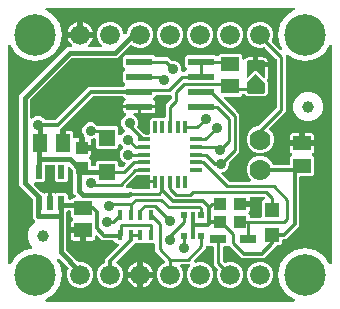
<source format=gbr>
G04 EAGLE Gerber RS-274X export*
G75*
%MOMM*%
%FSLAX34Y34*%
%LPD*%
%INTop Copper*%
%IPPOS*%
%AMOC8*
5,1,8,0,0,1.08239X$1,22.5*%
G01*
%ADD10R,1.100000X0.300000*%
%ADD11R,0.300000X1.100000*%
%ADD12C,1.000000*%
%ADD13C,3.516000*%
%ADD14R,2.200000X0.600000*%
%ADD15R,1.240000X1.500000*%
%ADD16R,1.500000X1.240000*%
%ADD17R,1.400000X1.400000*%
%ADD18C,0.381000*%
%ADD19R,0.550000X1.200000*%
%ADD20R,1.350000X0.800000*%
%ADD21R,1.100000X1.000000*%
%ADD22C,1.676400*%
%ADD23R,0.500000X0.500000*%
%ADD24R,0.400000X0.500000*%
%ADD25R,0.450000X0.900000*%
%ADD26C,1.778000*%
%ADD27R,1.200000X1.200000*%
%ADD28R,1.000000X1.100000*%
%ADD29C,0.906400*%
%ADD30C,0.254000*%
%ADD31C,0.406400*%
%ADD32C,0.304800*%

G36*
X244100Y2554D02*
X244100Y2554D01*
X244204Y2558D01*
X244257Y2574D01*
X244311Y2581D01*
X244408Y2619D01*
X244509Y2649D01*
X244556Y2677D01*
X244607Y2698D01*
X244692Y2759D01*
X244781Y2813D01*
X244820Y2852D01*
X244865Y2884D01*
X244931Y2965D01*
X245004Y3039D01*
X245032Y3087D01*
X245067Y3129D01*
X245112Y3224D01*
X245164Y3314D01*
X245179Y3367D01*
X245203Y3417D01*
X245222Y3520D01*
X245251Y3620D01*
X245252Y3675D01*
X245263Y3729D01*
X245256Y3834D01*
X245259Y3938D01*
X245246Y3992D01*
X245243Y4047D01*
X245211Y4146D01*
X245187Y4248D01*
X245162Y4297D01*
X245145Y4349D01*
X245089Y4438D01*
X245041Y4530D01*
X245004Y4572D01*
X244975Y4618D01*
X244899Y4690D01*
X244829Y4768D01*
X244759Y4821D01*
X244743Y4836D01*
X244730Y4843D01*
X244701Y4865D01*
X237966Y9366D01*
X233050Y16722D01*
X231324Y25400D01*
X233050Y34078D01*
X237966Y41434D01*
X245322Y46350D01*
X254000Y48076D01*
X262678Y46350D01*
X270034Y41434D01*
X274535Y34699D01*
X274603Y34620D01*
X274664Y34535D01*
X274707Y34500D01*
X274743Y34459D01*
X274829Y34399D01*
X274909Y34333D01*
X274959Y34309D01*
X275005Y34278D01*
X275103Y34242D01*
X275197Y34197D01*
X275251Y34187D01*
X275303Y34168D01*
X275407Y34157D01*
X275510Y34137D01*
X275565Y34141D01*
X275619Y34135D01*
X275723Y34151D01*
X275827Y34157D01*
X275879Y34174D01*
X275934Y34182D01*
X276030Y34223D01*
X276129Y34255D01*
X276176Y34285D01*
X276227Y34306D01*
X276310Y34369D01*
X276398Y34425D01*
X276436Y34465D01*
X276480Y34499D01*
X276545Y34581D01*
X276616Y34657D01*
X276643Y34705D01*
X276677Y34748D01*
X276719Y34844D01*
X276770Y34935D01*
X276783Y34989D01*
X276806Y35039D01*
X276823Y35142D01*
X276849Y35243D01*
X276855Y35331D01*
X276858Y35353D01*
X276857Y35368D01*
X276859Y35404D01*
X276859Y218596D01*
X276846Y218700D01*
X276842Y218804D01*
X276826Y218857D01*
X276819Y218911D01*
X276781Y219008D01*
X276751Y219109D01*
X276723Y219156D01*
X276702Y219207D01*
X276641Y219292D01*
X276587Y219381D01*
X276548Y219420D01*
X276516Y219465D01*
X276435Y219531D01*
X276361Y219604D01*
X276313Y219632D01*
X276271Y219667D01*
X276176Y219712D01*
X276086Y219764D01*
X276033Y219779D01*
X275983Y219803D01*
X275880Y219822D01*
X275780Y219851D01*
X275725Y219852D01*
X275671Y219863D01*
X275566Y219856D01*
X275462Y219859D01*
X275408Y219846D01*
X275353Y219843D01*
X275254Y219811D01*
X275152Y219787D01*
X275103Y219762D01*
X275051Y219745D01*
X274962Y219689D01*
X274870Y219641D01*
X274828Y219604D01*
X274782Y219575D01*
X274710Y219499D01*
X274632Y219429D01*
X274579Y219359D01*
X274564Y219343D01*
X274557Y219330D01*
X274535Y219301D01*
X270034Y212566D01*
X262678Y207650D01*
X254000Y205924D01*
X245322Y207650D01*
X239465Y211564D01*
X239452Y211571D01*
X239441Y211580D01*
X239310Y211641D01*
X239181Y211706D01*
X239166Y211709D01*
X239153Y211715D01*
X239012Y211743D01*
X238870Y211773D01*
X238855Y211772D01*
X238840Y211775D01*
X238697Y211766D01*
X238552Y211761D01*
X238538Y211756D01*
X238523Y211756D01*
X238386Y211711D01*
X238247Y211670D01*
X238235Y211662D01*
X238221Y211657D01*
X238099Y211580D01*
X237975Y211506D01*
X237964Y211495D01*
X237952Y211487D01*
X237853Y211382D01*
X237751Y211279D01*
X237744Y211266D01*
X237734Y211256D01*
X237664Y211129D01*
X237592Y211004D01*
X237588Y210990D01*
X237580Y210977D01*
X237544Y210837D01*
X237505Y210698D01*
X237505Y210684D01*
X237501Y210669D01*
X237491Y210509D01*
X237491Y163522D01*
X223765Y149796D01*
X223692Y149701D01*
X223613Y149612D01*
X223595Y149576D01*
X223570Y149544D01*
X223523Y149435D01*
X223468Y149329D01*
X223460Y149290D01*
X223444Y149253D01*
X223425Y149135D01*
X223399Y149019D01*
X223400Y148978D01*
X223394Y148938D01*
X223405Y148820D01*
X223408Y148701D01*
X223420Y148662D01*
X223424Y148622D01*
X223464Y148510D01*
X223497Y148395D01*
X223517Y148361D01*
X223531Y148323D01*
X223598Y148224D01*
X223658Y148121D01*
X223698Y148076D01*
X223710Y148059D01*
X223725Y148046D01*
X223765Y148001D01*
X225591Y146175D01*
X227331Y141974D01*
X227331Y137426D01*
X225591Y133225D01*
X222375Y130009D01*
X218174Y128269D01*
X213626Y128269D01*
X209425Y130009D01*
X206209Y133225D01*
X204469Y137426D01*
X204469Y141974D01*
X206209Y146175D01*
X209425Y149391D01*
X213626Y151131D01*
X213796Y151131D01*
X213894Y151143D01*
X213993Y151146D01*
X214051Y151163D01*
X214111Y151171D01*
X214203Y151207D01*
X214299Y151235D01*
X214351Y151265D01*
X214407Y151288D01*
X214487Y151346D01*
X214572Y151396D01*
X214648Y151462D01*
X214664Y151474D01*
X214672Y151484D01*
X214693Y151502D01*
X229498Y166307D01*
X229558Y166385D01*
X229626Y166457D01*
X229655Y166510D01*
X229692Y166558D01*
X229732Y166649D01*
X229780Y166736D01*
X229795Y166794D01*
X229819Y166850D01*
X229834Y166948D01*
X229859Y167044D01*
X229865Y167144D01*
X229869Y167164D01*
X229867Y167176D01*
X229869Y167204D01*
X229869Y207446D01*
X229857Y207544D01*
X229854Y207643D01*
X229837Y207701D01*
X229829Y207761D01*
X229793Y207853D01*
X229765Y207949D01*
X229735Y208001D01*
X229712Y208057D01*
X229654Y208137D01*
X229604Y208222D01*
X229538Y208298D01*
X229526Y208314D01*
X229516Y208322D01*
X229498Y208343D01*
X220151Y217690D01*
X220128Y217708D01*
X220108Y217731D01*
X220002Y217805D01*
X219900Y217885D01*
X219872Y217897D01*
X219848Y217914D01*
X219727Y217960D01*
X219608Y218011D01*
X219578Y218016D01*
X219551Y218026D01*
X219422Y218041D01*
X219294Y218061D01*
X219264Y218058D01*
X219235Y218062D01*
X219106Y218044D01*
X218977Y218031D01*
X218949Y218021D01*
X218920Y218017D01*
X218768Y217965D01*
X218073Y217677D01*
X213727Y217677D01*
X209713Y219340D01*
X206640Y222413D01*
X204977Y226427D01*
X204977Y230773D01*
X206640Y234787D01*
X209713Y237860D01*
X213727Y239523D01*
X218073Y239523D01*
X222087Y237860D01*
X225160Y234787D01*
X226823Y230773D01*
X226823Y226427D01*
X225791Y223936D01*
X225783Y223908D01*
X225770Y223882D01*
X225741Y223755D01*
X225707Y223630D01*
X225707Y223600D01*
X225700Y223571D01*
X225704Y223441D01*
X225702Y223312D01*
X225709Y223283D01*
X225710Y223253D01*
X225746Y223129D01*
X225776Y223002D01*
X225790Y222976D01*
X225798Y222948D01*
X225864Y222836D01*
X225925Y222721D01*
X225945Y222699D01*
X225960Y222674D01*
X226066Y222553D01*
X232704Y215915D01*
X232732Y215894D01*
X232755Y215867D01*
X232857Y215797D01*
X232955Y215720D01*
X232988Y215706D01*
X233016Y215686D01*
X233133Y215643D01*
X233247Y215594D01*
X233282Y215588D01*
X233315Y215576D01*
X233438Y215563D01*
X233561Y215544D01*
X233596Y215547D01*
X233631Y215544D01*
X233754Y215562D01*
X233878Y215574D01*
X233911Y215586D01*
X233945Y215591D01*
X234060Y215639D01*
X234177Y215681D01*
X234206Y215701D01*
X234238Y215715D01*
X234337Y215790D01*
X234440Y215860D01*
X234464Y215886D01*
X234491Y215907D01*
X234568Y216005D01*
X234651Y216098D01*
X234667Y216130D01*
X234688Y216157D01*
X234739Y216271D01*
X234795Y216382D01*
X234803Y216416D01*
X234817Y216448D01*
X234838Y216570D01*
X234865Y216692D01*
X234864Y216727D01*
X234870Y216761D01*
X234859Y216885D01*
X234855Y217010D01*
X234846Y217043D01*
X234843Y217078D01*
X234802Y217196D01*
X234767Y217315D01*
X234749Y217345D01*
X234738Y217378D01*
X234657Y217518D01*
X233050Y219922D01*
X231324Y228600D01*
X233050Y237278D01*
X237966Y244634D01*
X244701Y249135D01*
X244780Y249203D01*
X244865Y249264D01*
X244900Y249307D01*
X244941Y249343D01*
X245001Y249429D01*
X245067Y249509D01*
X245091Y249559D01*
X245122Y249605D01*
X245158Y249703D01*
X245203Y249797D01*
X245213Y249851D01*
X245232Y249903D01*
X245243Y250007D01*
X245263Y250110D01*
X245259Y250165D01*
X245265Y250219D01*
X245249Y250323D01*
X245243Y250427D01*
X245226Y250479D01*
X245218Y250534D01*
X245177Y250630D01*
X245145Y250729D01*
X245115Y250776D01*
X245094Y250827D01*
X245031Y250910D01*
X244975Y250998D01*
X244935Y251036D01*
X244901Y251080D01*
X244819Y251145D01*
X244743Y251216D01*
X244695Y251243D01*
X244652Y251277D01*
X244556Y251319D01*
X244465Y251370D01*
X244411Y251383D01*
X244361Y251406D01*
X244258Y251423D01*
X244157Y251449D01*
X244069Y251455D01*
X244047Y251458D01*
X244032Y251457D01*
X243996Y251459D01*
X35404Y251459D01*
X35300Y251446D01*
X35196Y251442D01*
X35143Y251426D01*
X35089Y251419D01*
X34992Y251381D01*
X34891Y251351D01*
X34844Y251323D01*
X34793Y251302D01*
X34708Y251241D01*
X34619Y251187D01*
X34580Y251148D01*
X34535Y251116D01*
X34469Y251035D01*
X34396Y250961D01*
X34368Y250913D01*
X34333Y250871D01*
X34288Y250776D01*
X34236Y250686D01*
X34221Y250633D01*
X34197Y250583D01*
X34178Y250480D01*
X34149Y250380D01*
X34148Y250325D01*
X34137Y250271D01*
X34144Y250166D01*
X34141Y250062D01*
X34154Y250008D01*
X34157Y249953D01*
X34189Y249854D01*
X34213Y249752D01*
X34238Y249703D01*
X34255Y249651D01*
X34311Y249562D01*
X34359Y249470D01*
X34396Y249428D01*
X34425Y249382D01*
X34501Y249310D01*
X34571Y249232D01*
X34641Y249179D01*
X34657Y249164D01*
X34670Y249157D01*
X34699Y249135D01*
X41434Y244634D01*
X46350Y237278D01*
X48076Y228600D01*
X46350Y219922D01*
X41434Y212566D01*
X34078Y207650D01*
X25400Y205924D01*
X16722Y207650D01*
X9366Y212566D01*
X4865Y219301D01*
X4797Y219380D01*
X4736Y219465D01*
X4693Y219500D01*
X4657Y219541D01*
X4571Y219601D01*
X4491Y219667D01*
X4441Y219691D01*
X4395Y219722D01*
X4297Y219758D01*
X4203Y219803D01*
X4149Y219813D01*
X4097Y219832D01*
X3993Y219843D01*
X3890Y219863D01*
X3835Y219859D01*
X3781Y219865D01*
X3677Y219849D01*
X3573Y219843D01*
X3521Y219826D01*
X3466Y219818D01*
X3370Y219777D01*
X3271Y219745D01*
X3224Y219715D01*
X3173Y219694D01*
X3090Y219631D01*
X3002Y219575D01*
X2964Y219535D01*
X2920Y219501D01*
X2855Y219419D01*
X2784Y219343D01*
X2757Y219295D01*
X2723Y219252D01*
X2681Y219156D01*
X2630Y219065D01*
X2617Y219011D01*
X2594Y218961D01*
X2577Y218858D01*
X2551Y218757D01*
X2545Y218669D01*
X2542Y218647D01*
X2543Y218632D01*
X2541Y218596D01*
X2541Y35404D01*
X2554Y35300D01*
X2558Y35196D01*
X2574Y35143D01*
X2581Y35089D01*
X2619Y34992D01*
X2649Y34891D01*
X2677Y34844D01*
X2698Y34793D01*
X2759Y34708D01*
X2813Y34619D01*
X2852Y34580D01*
X2884Y34535D01*
X2965Y34469D01*
X3039Y34396D01*
X3087Y34368D01*
X3129Y34333D01*
X3224Y34288D01*
X3314Y34236D01*
X3367Y34221D01*
X3417Y34197D01*
X3520Y34178D01*
X3620Y34149D01*
X3675Y34148D01*
X3729Y34137D01*
X3834Y34144D01*
X3938Y34141D01*
X3992Y34154D01*
X4047Y34157D01*
X4146Y34189D01*
X4248Y34213D01*
X4297Y34238D01*
X4349Y34255D01*
X4438Y34311D01*
X4530Y34359D01*
X4572Y34396D01*
X4618Y34425D01*
X4690Y34501D01*
X4768Y34571D01*
X4821Y34641D01*
X4836Y34657D01*
X4843Y34670D01*
X4865Y34699D01*
X9366Y41434D01*
X16722Y46350D01*
X22203Y47440D01*
X22217Y47445D01*
X22231Y47446D01*
X22368Y47495D01*
X22504Y47541D01*
X22517Y47549D01*
X22531Y47554D01*
X22650Y47635D01*
X22772Y47713D01*
X22782Y47724D01*
X22794Y47732D01*
X22890Y47841D01*
X22987Y47946D01*
X22994Y47959D01*
X23004Y47971D01*
X23070Y48099D01*
X23139Y48226D01*
X23142Y48241D01*
X23149Y48254D01*
X23180Y48394D01*
X23215Y48535D01*
X23215Y48550D01*
X23219Y48564D01*
X23214Y48709D01*
X23213Y48853D01*
X23209Y48867D01*
X23209Y48882D01*
X23169Y49021D01*
X23132Y49160D01*
X23125Y49173D01*
X23120Y49187D01*
X23047Y49311D01*
X22977Y49438D01*
X22966Y49449D01*
X22959Y49461D01*
X22853Y49582D01*
X21118Y51316D01*
X19209Y55925D01*
X19209Y60915D01*
X21118Y65524D01*
X24646Y69051D01*
X24804Y69117D01*
X24847Y69142D01*
X24894Y69158D01*
X24985Y69220D01*
X25081Y69275D01*
X25116Y69309D01*
X25157Y69337D01*
X25230Y69419D01*
X25309Y69496D01*
X25335Y69538D01*
X25368Y69575D01*
X25418Y69673D01*
X25475Y69767D01*
X25490Y69814D01*
X25512Y69859D01*
X25536Y69966D01*
X25569Y70071D01*
X25571Y70120D01*
X25582Y70169D01*
X25579Y70279D01*
X25584Y70388D01*
X25574Y70437D01*
X25572Y70487D01*
X25542Y70592D01*
X25520Y70700D01*
X25498Y70745D01*
X25484Y70792D01*
X25428Y70887D01*
X25380Y70986D01*
X25348Y71023D01*
X25322Y71066D01*
X25216Y71187D01*
X23367Y73036D01*
X23367Y78423D01*
X23355Y78521D01*
X23352Y78620D01*
X23335Y78678D01*
X23327Y78738D01*
X23309Y78784D01*
X23309Y89078D01*
X23297Y89176D01*
X23294Y89275D01*
X23277Y89334D01*
X23269Y89394D01*
X23233Y89486D01*
X23205Y89581D01*
X23175Y89633D01*
X23152Y89689D01*
X23094Y89769D01*
X23044Y89855D01*
X22978Y89930D01*
X22966Y89947D01*
X22956Y89955D01*
X22938Y89976D01*
X11937Y100976D01*
X11937Y177154D01*
X52716Y217933D01*
X55693Y217933D01*
X55772Y217943D01*
X55852Y217943D01*
X55929Y217963D01*
X56009Y217973D01*
X56083Y218002D01*
X56160Y218022D01*
X56230Y218060D01*
X56304Y218090D01*
X56369Y218136D01*
X56439Y218175D01*
X56497Y218229D01*
X56562Y218276D01*
X56612Y218338D01*
X56671Y218392D01*
X56713Y218460D01*
X56764Y218521D01*
X56798Y218593D01*
X56841Y218661D01*
X56866Y218737D01*
X56900Y218809D01*
X56915Y218887D01*
X56940Y218963D01*
X56945Y219043D01*
X56960Y219121D01*
X56955Y219201D01*
X56960Y219281D01*
X56945Y219359D01*
X56940Y219439D01*
X56915Y219515D01*
X56901Y219593D01*
X56867Y219665D01*
X56842Y219741D01*
X56799Y219809D01*
X56765Y219881D01*
X56715Y219943D01*
X56672Y220010D01*
X56614Y220065D01*
X56563Y220126D01*
X56441Y220227D01*
X56440Y220228D01*
X56439Y220229D01*
X56384Y220269D01*
X55169Y221484D01*
X54158Y222875D01*
X53377Y224407D01*
X52846Y226042D01*
X52837Y226101D01*
X62270Y226101D01*
X62388Y226116D01*
X62507Y226123D01*
X62545Y226135D01*
X62585Y226141D01*
X62696Y226184D01*
X62809Y226221D01*
X62843Y226243D01*
X62881Y226258D01*
X62977Y226327D01*
X63078Y226391D01*
X63106Y226421D01*
X63138Y226444D01*
X63214Y226536D01*
X63296Y226623D01*
X63315Y226658D01*
X63341Y226689D01*
X63392Y226797D01*
X63449Y226901D01*
X63459Y226941D01*
X63477Y226977D01*
X63497Y227084D01*
X63501Y227054D01*
X63545Y226944D01*
X63581Y226831D01*
X63603Y226796D01*
X63618Y226759D01*
X63688Y226662D01*
X63751Y226562D01*
X63781Y226534D01*
X63805Y226501D01*
X63896Y226425D01*
X63983Y226344D01*
X64018Y226324D01*
X64050Y226299D01*
X64157Y226248D01*
X64262Y226190D01*
X64301Y226180D01*
X64337Y226163D01*
X64454Y226141D01*
X64570Y226111D01*
X64630Y226107D01*
X64650Y226103D01*
X64670Y226105D01*
X64730Y226101D01*
X74163Y226101D01*
X74154Y226042D01*
X73623Y224407D01*
X72842Y222875D01*
X71831Y221484D01*
X70616Y220269D01*
X70561Y220229D01*
X70503Y220174D01*
X70438Y220128D01*
X70387Y220066D01*
X70329Y220011D01*
X70286Y219944D01*
X70236Y219883D01*
X70202Y219810D01*
X70159Y219743D01*
X70134Y219667D01*
X70100Y219595D01*
X70085Y219517D01*
X70060Y219440D01*
X70055Y219361D01*
X70040Y219282D01*
X70045Y219203D01*
X70040Y219123D01*
X70055Y219045D01*
X70060Y218965D01*
X70085Y218889D01*
X70100Y218810D01*
X70134Y218738D01*
X70158Y218663D01*
X70201Y218595D01*
X70235Y218523D01*
X70286Y218461D01*
X70328Y218394D01*
X70386Y218339D01*
X70437Y218277D01*
X70502Y218231D01*
X70560Y218176D01*
X70630Y218137D01*
X70694Y218090D01*
X70769Y218061D01*
X70838Y218022D01*
X70916Y218002D01*
X70990Y217973D01*
X71069Y217963D01*
X71146Y217943D01*
X71304Y217933D01*
X71306Y217933D01*
X71307Y217933D01*
X81056Y217933D01*
X81193Y217950D01*
X81332Y217963D01*
X81351Y217970D01*
X81372Y217973D01*
X81500Y218024D01*
X81632Y218071D01*
X81648Y218082D01*
X81667Y218090D01*
X81780Y218171D01*
X81895Y218249D01*
X81908Y218265D01*
X81925Y218276D01*
X82013Y218384D01*
X82105Y218488D01*
X82114Y218506D01*
X82127Y218521D01*
X82187Y218647D01*
X82250Y218771D01*
X82254Y218791D01*
X82263Y218809D01*
X82289Y218945D01*
X82319Y219081D01*
X82319Y219102D01*
X82323Y219121D01*
X82314Y219260D01*
X82310Y219399D01*
X82304Y219419D01*
X82303Y219439D01*
X82260Y219571D01*
X82221Y219705D01*
X82211Y219722D01*
X82205Y219741D01*
X82131Y219859D01*
X82060Y219979D01*
X82041Y220000D01*
X82035Y220010D01*
X82020Y220024D01*
X81953Y220099D01*
X79640Y222413D01*
X77977Y226427D01*
X77977Y230773D01*
X79640Y234787D01*
X82713Y237860D01*
X86727Y239523D01*
X91073Y239523D01*
X95087Y237860D01*
X98160Y234787D01*
X99823Y230773D01*
X99823Y230004D01*
X99840Y229866D01*
X99853Y229727D01*
X99860Y229708D01*
X99863Y229688D01*
X99914Y229559D01*
X99961Y229428D01*
X99972Y229411D01*
X99980Y229393D01*
X100061Y229280D01*
X100139Y229165D01*
X100155Y229152D01*
X100166Y229135D01*
X100274Y229046D01*
X100378Y228955D01*
X100396Y228945D01*
X100411Y228932D01*
X100537Y228873D01*
X100661Y228810D01*
X100681Y228805D01*
X100699Y228797D01*
X100836Y228771D01*
X100971Y228740D01*
X100992Y228741D01*
X101011Y228737D01*
X101150Y228746D01*
X101289Y228750D01*
X101309Y228756D01*
X101329Y228757D01*
X101461Y228800D01*
X101595Y228838D01*
X101612Y228849D01*
X101631Y228855D01*
X101749Y228929D01*
X101869Y229000D01*
X101890Y229018D01*
X101900Y229025D01*
X101914Y229040D01*
X101989Y229106D01*
X103006Y230122D01*
X103066Y230200D01*
X103134Y230273D01*
X103158Y230317D01*
X103165Y230325D01*
X103169Y230333D01*
X103200Y230374D01*
X103210Y230395D01*
X103277Y230532D01*
X103288Y230551D01*
X103291Y230564D01*
X105040Y234787D01*
X108113Y237860D01*
X112127Y239523D01*
X116473Y239523D01*
X120487Y237860D01*
X123560Y234787D01*
X125223Y230773D01*
X125223Y226427D01*
X123560Y222413D01*
X120487Y219340D01*
X116473Y217677D01*
X112127Y217677D01*
X108113Y219340D01*
X107532Y219921D01*
X107438Y219993D01*
X107349Y220072D01*
X107313Y220091D01*
X107281Y220115D01*
X107172Y220163D01*
X107066Y220217D01*
X107026Y220226D01*
X106989Y220242D01*
X106871Y220261D01*
X106756Y220287D01*
X106715Y220285D01*
X106675Y220292D01*
X106557Y220281D01*
X106438Y220277D01*
X106399Y220266D01*
X106359Y220262D01*
X106246Y220222D01*
X106132Y220189D01*
X106097Y220168D01*
X106059Y220154D01*
X105961Y220088D01*
X105858Y220027D01*
X105813Y219987D01*
X105796Y219976D01*
X105783Y219960D01*
X105737Y219921D01*
X94604Y208787D01*
X57030Y208787D01*
X56932Y208775D01*
X56833Y208772D01*
X56774Y208755D01*
X56714Y208747D01*
X56622Y208711D01*
X56527Y208683D01*
X56475Y208653D01*
X56419Y208630D01*
X56339Y208572D01*
X56253Y208522D01*
X56178Y208456D01*
X56161Y208444D01*
X56153Y208434D01*
X56132Y208416D01*
X21454Y173738D01*
X21394Y173659D01*
X21326Y173587D01*
X21297Y173534D01*
X21260Y173486D01*
X21220Y173395D01*
X21172Y173309D01*
X21157Y173250D01*
X21133Y173195D01*
X21118Y173097D01*
X21093Y173001D01*
X21087Y172901D01*
X21083Y172880D01*
X21085Y172868D01*
X21083Y172840D01*
X21083Y158609D01*
X21100Y158471D01*
X21113Y158333D01*
X21120Y158314D01*
X21123Y158294D01*
X21174Y158165D01*
X21221Y158034D01*
X21232Y158017D01*
X21240Y157998D01*
X21321Y157886D01*
X21399Y157771D01*
X21415Y157757D01*
X21426Y157741D01*
X21534Y157652D01*
X21638Y157560D01*
X21656Y157551D01*
X21671Y157538D01*
X21797Y157479D01*
X21921Y157415D01*
X21941Y157411D01*
X21959Y157402D01*
X22096Y157376D01*
X22231Y157346D01*
X22252Y157346D01*
X22271Y157343D01*
X22410Y157351D01*
X22549Y157355D01*
X22569Y157361D01*
X22589Y157362D01*
X22721Y157405D01*
X22855Y157444D01*
X22872Y157454D01*
X22891Y157460D01*
X23009Y157535D01*
X23129Y157605D01*
X23150Y157624D01*
X23160Y157631D01*
X23174Y157646D01*
X23249Y157712D01*
X23934Y158396D01*
X26533Y159473D01*
X29347Y159473D01*
X31946Y158396D01*
X33506Y156836D01*
X33584Y156776D01*
X33656Y156708D01*
X33709Y156679D01*
X33757Y156642D01*
X33848Y156602D01*
X33935Y156554D01*
X33993Y156539D01*
X34049Y156515D01*
X34147Y156500D01*
X34243Y156475D01*
X34343Y156469D01*
X34363Y156465D01*
X34375Y156467D01*
X34403Y156465D01*
X42241Y156465D01*
X42339Y156477D01*
X42438Y156480D01*
X42496Y156497D01*
X42556Y156505D01*
X42648Y156541D01*
X42743Y156569D01*
X42795Y156599D01*
X42852Y156622D01*
X42932Y156680D01*
X43017Y156730D01*
X43093Y156796D01*
X43109Y156808D01*
X43117Y156818D01*
X43138Y156836D01*
X70706Y184405D01*
X99646Y184405D01*
X99744Y184417D01*
X99843Y184420D01*
X99901Y184437D01*
X99961Y184445D01*
X100053Y184481D01*
X100149Y184509D01*
X100201Y184539D01*
X100257Y184562D01*
X100337Y184620D01*
X100422Y184670D01*
X100498Y184736D01*
X100514Y184748D01*
X100522Y184758D01*
X100543Y184776D01*
X101559Y185793D01*
X101632Y185887D01*
X101711Y185976D01*
X101729Y186012D01*
X101754Y186044D01*
X101802Y186153D01*
X101856Y186259D01*
X101865Y186298D01*
X101881Y186336D01*
X101899Y186453D01*
X101925Y186569D01*
X101924Y186610D01*
X101930Y186650D01*
X101919Y186768D01*
X101916Y186887D01*
X101904Y186926D01*
X101901Y186966D01*
X101860Y187078D01*
X101827Y187193D01*
X101807Y187228D01*
X101793Y187266D01*
X101726Y187364D01*
X101666Y187467D01*
X101626Y187512D01*
X101614Y187529D01*
X101599Y187542D01*
X101559Y187588D01*
X100159Y188988D01*
X100159Y197092D01*
X101559Y198492D01*
X101632Y198587D01*
X101711Y198676D01*
X101729Y198712D01*
X101754Y198744D01*
X101802Y198853D01*
X101856Y198959D01*
X101865Y198998D01*
X101881Y199036D01*
X101899Y199153D01*
X101925Y199269D01*
X101924Y199310D01*
X101930Y199350D01*
X101919Y199468D01*
X101916Y199587D01*
X101904Y199626D01*
X101901Y199666D01*
X101860Y199779D01*
X101827Y199893D01*
X101807Y199927D01*
X101793Y199966D01*
X101726Y200064D01*
X101666Y200167D01*
X101626Y200212D01*
X101614Y200229D01*
X101599Y200242D01*
X101559Y200287D01*
X100159Y201688D01*
X100159Y209792D01*
X101648Y211281D01*
X125752Y211281D01*
X127111Y209922D01*
X127189Y209862D01*
X127261Y209794D01*
X127314Y209765D01*
X127362Y209728D01*
X127453Y209688D01*
X127540Y209640D01*
X127598Y209625D01*
X127654Y209601D01*
X127752Y209586D01*
X127847Y209561D01*
X127947Y209555D01*
X127968Y209551D01*
X127980Y209553D01*
X128008Y209551D01*
X137468Y209551D01*
X140185Y206834D01*
X140263Y206774D01*
X140335Y206706D01*
X140388Y206677D01*
X140436Y206640D01*
X140527Y206600D01*
X140614Y206552D01*
X140672Y206537D01*
X140728Y206513D01*
X140826Y206498D01*
X140922Y206473D01*
X141022Y206467D01*
X141042Y206463D01*
X141054Y206465D01*
X141082Y206463D01*
X143647Y206463D01*
X146246Y205386D01*
X148236Y203396D01*
X149313Y200797D01*
X149313Y198120D01*
X149328Y198002D01*
X149335Y197883D01*
X149348Y197845D01*
X149353Y197804D01*
X149396Y197694D01*
X149433Y197581D01*
X149455Y197546D01*
X149470Y197509D01*
X149539Y197413D01*
X149603Y197312D01*
X149633Y197284D01*
X149656Y197251D01*
X149748Y197175D01*
X149835Y197094D01*
X149870Y197074D01*
X149901Y197049D01*
X150009Y196998D01*
X150113Y196940D01*
X150153Y196930D01*
X150189Y196913D01*
X150306Y196891D01*
X150421Y196861D01*
X150481Y196857D01*
X150501Y196853D01*
X150522Y196855D01*
X150582Y196851D01*
X151392Y196851D01*
X151490Y196863D01*
X151589Y196866D01*
X151647Y196883D01*
X151707Y196891D01*
X151799Y196927D01*
X151895Y196955D01*
X151947Y196985D01*
X152003Y197008D01*
X152083Y197066D01*
X152168Y197116D01*
X152244Y197182D01*
X152260Y197194D01*
X152268Y197204D01*
X152289Y197222D01*
X153559Y198492D01*
X153632Y198586D01*
X153711Y198676D01*
X153730Y198712D01*
X153754Y198744D01*
X153802Y198853D01*
X153856Y198959D01*
X153865Y198998D01*
X153881Y199036D01*
X153899Y199153D01*
X153925Y199269D01*
X153924Y199310D01*
X153930Y199350D01*
X153919Y199468D01*
X153916Y199587D01*
X153904Y199626D01*
X153901Y199666D01*
X153860Y199779D01*
X153827Y199893D01*
X153807Y199927D01*
X153793Y199966D01*
X153726Y200064D01*
X153666Y200167D01*
X153626Y200212D01*
X153614Y200229D01*
X153599Y200242D01*
X153559Y200287D01*
X152159Y201688D01*
X152159Y209792D01*
X153648Y211281D01*
X177752Y211281D01*
X178318Y210716D01*
X178412Y210643D01*
X178501Y210564D01*
X178537Y210546D01*
X178569Y210521D01*
X178678Y210473D01*
X178784Y210419D01*
X178823Y210410D01*
X178861Y210394D01*
X178978Y210376D01*
X179094Y210350D01*
X179135Y210351D01*
X179175Y210345D01*
X179293Y210356D01*
X179412Y210359D01*
X179451Y210371D01*
X179491Y210374D01*
X179603Y210415D01*
X179718Y210448D01*
X179753Y210468D01*
X179791Y210482D01*
X179889Y210549D01*
X179992Y210609D01*
X180037Y210649D01*
X180054Y210661D01*
X180067Y210676D01*
X180113Y210716D01*
X181948Y212551D01*
X199052Y212551D01*
X200541Y211062D01*
X200541Y208622D01*
X200558Y208484D01*
X200571Y208346D01*
X200578Y208327D01*
X200581Y208307D01*
X200632Y208178D01*
X200679Y208047D01*
X200690Y208030D01*
X200698Y208011D01*
X200779Y207899D01*
X200857Y207783D01*
X200873Y207770D01*
X200884Y207754D01*
X200992Y207665D01*
X201096Y207573D01*
X201114Y207564D01*
X201129Y207551D01*
X201255Y207492D01*
X201379Y207428D01*
X201399Y207424D01*
X201417Y207415D01*
X201554Y207389D01*
X201689Y207359D01*
X201710Y207359D01*
X201729Y207356D01*
X201868Y207364D01*
X202007Y207368D01*
X202027Y207374D01*
X202047Y207375D01*
X202179Y207418D01*
X202313Y207457D01*
X202330Y207467D01*
X202349Y207473D01*
X202467Y207548D01*
X202587Y207618D01*
X202608Y207637D01*
X202618Y207643D01*
X202632Y207658D01*
X202707Y207725D01*
X203645Y208662D01*
X204659Y209248D01*
X205790Y209551D01*
X210186Y209551D01*
X210186Y204723D01*
X204724Y204723D01*
X204709Y204719D01*
X204693Y204721D01*
X204642Y204700D01*
X204589Y204684D01*
X204578Y204672D01*
X204564Y204666D01*
X204532Y204620D01*
X204495Y204579D01*
X204493Y204563D01*
X204484Y204550D01*
X204471Y204470D01*
X204471Y191770D01*
X204482Y191730D01*
X204484Y191689D01*
X204501Y191664D01*
X204510Y191635D01*
X204541Y191607D01*
X204564Y191573D01*
X204593Y191562D01*
X204615Y191541D01*
X204656Y191535D01*
X204694Y191519D01*
X204724Y191524D01*
X204755Y191519D01*
X204793Y191535D01*
X204833Y191542D01*
X204873Y191569D01*
X204884Y191574D01*
X204888Y191580D01*
X204900Y191588D01*
X212090Y198530D01*
X219280Y191588D01*
X219317Y191569D01*
X219347Y191541D01*
X219378Y191536D01*
X219405Y191522D01*
X219446Y191525D01*
X219487Y191519D01*
X219515Y191531D01*
X219545Y191533D01*
X219578Y191558D01*
X219616Y191574D01*
X219634Y191599D01*
X219658Y191617D01*
X219673Y191656D01*
X219696Y191690D01*
X219704Y191737D01*
X219708Y191749D01*
X219707Y191756D01*
X219709Y191770D01*
X219709Y201296D01*
X222251Y201296D01*
X222251Y191805D01*
X222252Y191798D01*
X222251Y191783D01*
X222257Y191426D01*
X222164Y191080D01*
X222164Y191073D01*
X222159Y191059D01*
X222073Y190713D01*
X221894Y190403D01*
X221891Y190397D01*
X221883Y190384D01*
X221800Y190233D01*
X221762Y190140D01*
X221716Y190049D01*
X221703Y189992D01*
X221682Y189938D01*
X221669Y189838D01*
X221646Y189739D01*
X221648Y189681D01*
X221641Y189623D01*
X221653Y189522D01*
X221656Y189421D01*
X221672Y189365D01*
X221679Y189307D01*
X221716Y189213D01*
X221744Y189116D01*
X221774Y189065D01*
X221795Y189011D01*
X221855Y188929D01*
X221906Y188842D01*
X221969Y188770D01*
X221981Y188753D01*
X221992Y188744D01*
X222012Y188721D01*
X222251Y188483D01*
X222251Y179134D01*
X219646Y176529D01*
X204534Y176529D01*
X202707Y178355D01*
X202598Y178441D01*
X202491Y178529D01*
X202472Y178538D01*
X202456Y178550D01*
X202328Y178606D01*
X202203Y178665D01*
X202183Y178669D01*
X202164Y178677D01*
X202026Y178699D01*
X201890Y178725D01*
X201870Y178723D01*
X201850Y178726D01*
X201711Y178713D01*
X201573Y178705D01*
X201554Y178699D01*
X201534Y178697D01*
X201402Y178649D01*
X201271Y178607D01*
X201253Y178596D01*
X201234Y178589D01*
X201119Y178511D01*
X201002Y178437D01*
X200988Y178422D01*
X200971Y178410D01*
X200879Y178306D01*
X200784Y178205D01*
X200774Y178187D01*
X200761Y178172D01*
X200697Y178048D01*
X200630Y177926D01*
X200625Y177907D01*
X200616Y177889D01*
X200586Y177753D01*
X200551Y177619D01*
X200549Y177590D01*
X200546Y177578D01*
X200547Y177564D01*
X199052Y176069D01*
X186714Y176069D01*
X186577Y176052D01*
X186438Y176039D01*
X186419Y176032D01*
X186399Y176029D01*
X186270Y175978D01*
X186139Y175931D01*
X186122Y175920D01*
X186103Y175912D01*
X185991Y175831D01*
X185875Y175753D01*
X185862Y175737D01*
X185846Y175726D01*
X185757Y175618D01*
X185665Y175514D01*
X185656Y175496D01*
X185643Y175481D01*
X185584Y175355D01*
X185520Y175231D01*
X185516Y175211D01*
X185507Y175193D01*
X185481Y175057D01*
X185451Y174921D01*
X185451Y174900D01*
X185447Y174881D01*
X185456Y174742D01*
X185460Y174603D01*
X185466Y174583D01*
X185467Y174563D01*
X185510Y174431D01*
X185549Y174297D01*
X185559Y174280D01*
X185565Y174261D01*
X185640Y174143D01*
X185710Y174023D01*
X185729Y174002D01*
X185735Y173992D01*
X185750Y173978D01*
X185817Y173903D01*
X195517Y164202D01*
X198121Y161598D01*
X198121Y129232D01*
X190324Y121435D01*
X190264Y121357D01*
X190196Y121285D01*
X190167Y121232D01*
X190130Y121184D01*
X190090Y121093D01*
X190042Y121006D01*
X190027Y120948D01*
X190003Y120892D01*
X189988Y120794D01*
X189963Y120698D01*
X189957Y120598D01*
X189953Y120578D01*
X189955Y120566D01*
X189953Y120538D01*
X189953Y117973D01*
X188876Y115374D01*
X186886Y113384D01*
X184229Y112283D01*
X184160Y112277D01*
X184141Y112270D01*
X184121Y112267D01*
X183992Y112216D01*
X183861Y112169D01*
X183844Y112158D01*
X183825Y112150D01*
X183712Y112069D01*
X183597Y111991D01*
X183584Y111975D01*
X183568Y111964D01*
X183479Y111856D01*
X183387Y111752D01*
X183378Y111734D01*
X183365Y111719D01*
X183306Y111593D01*
X183242Y111469D01*
X183238Y111449D01*
X183229Y111431D01*
X183203Y111295D01*
X183173Y111159D01*
X183173Y111138D01*
X183169Y111119D01*
X183178Y110980D01*
X183182Y110841D01*
X183188Y110821D01*
X183189Y110801D01*
X183232Y110669D01*
X183271Y110535D01*
X183281Y110518D01*
X183287Y110499D01*
X183362Y110381D01*
X183432Y110261D01*
X183451Y110240D01*
X183457Y110230D01*
X183472Y110216D01*
X183539Y110141D01*
X189167Y104512D01*
X189245Y104452D01*
X189317Y104384D01*
X189370Y104355D01*
X189418Y104318D01*
X189509Y104278D01*
X189596Y104230D01*
X189654Y104215D01*
X189710Y104191D01*
X189808Y104176D01*
X189904Y104151D01*
X190004Y104145D01*
X190024Y104141D01*
X190036Y104143D01*
X190064Y104141D01*
X206830Y104141D01*
X206967Y104158D01*
X207106Y104171D01*
X207125Y104178D01*
X207145Y104181D01*
X207274Y104232D01*
X207405Y104279D01*
X207422Y104290D01*
X207441Y104298D01*
X207553Y104379D01*
X207668Y104457D01*
X207682Y104473D01*
X207698Y104484D01*
X207787Y104592D01*
X207879Y104696D01*
X207888Y104714D01*
X207901Y104729D01*
X207960Y104855D01*
X208023Y104979D01*
X208028Y104999D01*
X208036Y105017D01*
X208063Y105154D01*
X208093Y105289D01*
X208092Y105310D01*
X208096Y105329D01*
X208088Y105468D01*
X208083Y105607D01*
X208078Y105627D01*
X208076Y105647D01*
X208034Y105779D01*
X207995Y105913D01*
X207985Y105930D01*
X207978Y105949D01*
X207904Y106067D01*
X207833Y106187D01*
X207815Y106208D01*
X207808Y106218D01*
X207793Y106232D01*
X207727Y106307D01*
X206209Y107825D01*
X204469Y112026D01*
X204469Y116574D01*
X206209Y120775D01*
X209425Y123991D01*
X213626Y125731D01*
X218174Y125731D01*
X222375Y123991D01*
X225591Y120775D01*
X226264Y119148D01*
X226279Y119123D01*
X226288Y119095D01*
X226358Y118985D01*
X226422Y118872D01*
X226442Y118851D01*
X226458Y118826D01*
X226553Y118737D01*
X226643Y118644D01*
X226668Y118628D01*
X226690Y118608D01*
X226803Y118545D01*
X226914Y118477D01*
X226942Y118469D01*
X226968Y118454D01*
X227094Y118422D01*
X227218Y118384D01*
X227248Y118382D01*
X227276Y118375D01*
X227437Y118365D01*
X240150Y118365D01*
X240268Y118380D01*
X240387Y118387D01*
X240425Y118400D01*
X240466Y118405D01*
X240576Y118448D01*
X240689Y118485D01*
X240724Y118507D01*
X240761Y118522D01*
X240857Y118591D01*
X240958Y118655D01*
X240986Y118685D01*
X241019Y118708D01*
X241095Y118800D01*
X241176Y118887D01*
X241196Y118922D01*
X241221Y118953D01*
X241272Y119061D01*
X241330Y119165D01*
X241340Y119205D01*
X241357Y119241D01*
X241379Y119358D01*
X241409Y119473D01*
X241413Y119533D01*
X241417Y119553D01*
X241415Y119574D01*
X241419Y119634D01*
X241419Y124752D01*
X242837Y126170D01*
X242914Y126269D01*
X242996Y126364D01*
X243011Y126394D01*
X243032Y126421D01*
X243082Y126537D01*
X243138Y126649D01*
X243145Y126682D01*
X243158Y126713D01*
X243178Y126837D01*
X243204Y126960D01*
X243203Y126994D01*
X243208Y127027D01*
X243196Y127152D01*
X243191Y127278D01*
X243181Y127310D01*
X243178Y127344D01*
X243135Y127462D01*
X243099Y127582D01*
X243082Y127611D01*
X243070Y127643D01*
X243000Y127747D01*
X242935Y127855D01*
X242911Y127878D01*
X242892Y127906D01*
X242798Y127989D01*
X242708Y128077D01*
X242667Y128104D01*
X242653Y128117D01*
X242634Y128126D01*
X242574Y128167D01*
X242400Y128267D01*
X241927Y128740D01*
X241592Y129319D01*
X241419Y129966D01*
X241419Y133961D01*
X250190Y133961D01*
X250308Y133976D01*
X250427Y133983D01*
X250465Y133996D01*
X250505Y134001D01*
X250616Y134044D01*
X250729Y134081D01*
X250764Y134103D01*
X250801Y134118D01*
X250897Y134188D01*
X250998Y134251D01*
X251026Y134281D01*
X251058Y134305D01*
X251134Y134396D01*
X251216Y134483D01*
X251235Y134518D01*
X251261Y134549D01*
X251312Y134657D01*
X251369Y134761D01*
X251380Y134801D01*
X251397Y134837D01*
X251419Y134954D01*
X251449Y135069D01*
X251453Y135130D01*
X251457Y135150D01*
X251455Y135170D01*
X251459Y135230D01*
X251459Y136501D01*
X251461Y136501D01*
X251461Y135230D01*
X251476Y135112D01*
X251483Y134993D01*
X251496Y134955D01*
X251501Y134915D01*
X251545Y134804D01*
X251581Y134691D01*
X251603Y134656D01*
X251618Y134619D01*
X251688Y134523D01*
X251751Y134422D01*
X251781Y134394D01*
X251805Y134361D01*
X251896Y134286D01*
X251983Y134204D01*
X252018Y134184D01*
X252050Y134159D01*
X252157Y134108D01*
X252261Y134050D01*
X252301Y134040D01*
X252337Y134023D01*
X252454Y134001D01*
X252569Y133971D01*
X252630Y133967D01*
X252650Y133963D01*
X252670Y133965D01*
X252730Y133961D01*
X261501Y133961D01*
X261501Y129966D01*
X261328Y129319D01*
X260993Y128740D01*
X260520Y128267D01*
X260346Y128167D01*
X260246Y128090D01*
X260142Y128020D01*
X260120Y127995D01*
X260093Y127974D01*
X260015Y127876D01*
X259932Y127782D01*
X259916Y127752D01*
X259895Y127725D01*
X259844Y127610D01*
X259787Y127498D01*
X259780Y127465D01*
X259766Y127435D01*
X259745Y127310D01*
X259717Y127188D01*
X259718Y127154D01*
X259713Y127121D01*
X259723Y126996D01*
X259727Y126870D01*
X259736Y126838D01*
X259739Y126804D01*
X259780Y126685D01*
X259815Y126565D01*
X259832Y126536D01*
X259844Y126504D01*
X259913Y126399D01*
X259977Y126291D01*
X260009Y126254D01*
X260019Y126239D01*
X260035Y126224D01*
X260083Y126170D01*
X261501Y124752D01*
X261501Y110248D01*
X260012Y108759D01*
X250444Y108759D01*
X250326Y108744D01*
X250207Y108737D01*
X250169Y108724D01*
X250128Y108719D01*
X250018Y108676D01*
X249905Y108639D01*
X249870Y108617D01*
X249833Y108602D01*
X249737Y108533D01*
X249636Y108469D01*
X249608Y108439D01*
X249575Y108416D01*
X249499Y108324D01*
X249418Y108237D01*
X249398Y108202D01*
X249373Y108171D01*
X249322Y108063D01*
X249264Y107959D01*
X249254Y107919D01*
X249237Y107883D01*
X249215Y107766D01*
X249185Y107651D01*
X249181Y107591D01*
X249177Y107571D01*
X249179Y107550D01*
X249175Y107490D01*
X249175Y66896D01*
X237564Y55285D01*
X235870Y55285D01*
X235752Y55270D01*
X235633Y55263D01*
X235595Y55250D01*
X235554Y55245D01*
X235444Y55202D01*
X235331Y55165D01*
X235296Y55143D01*
X235259Y55128D01*
X235163Y55059D01*
X235062Y54995D01*
X235034Y54965D01*
X235001Y54942D01*
X234925Y54850D01*
X234844Y54763D01*
X234824Y54728D01*
X234799Y54697D01*
X234748Y54589D01*
X234690Y54485D01*
X234680Y54445D01*
X234663Y54409D01*
X234641Y54292D01*
X234611Y54177D01*
X234607Y54117D01*
X234603Y54097D01*
X234605Y54076D01*
X234601Y54016D01*
X234601Y52298D01*
X233112Y50809D01*
X231073Y50809D01*
X230975Y50797D01*
X230876Y50794D01*
X230818Y50777D01*
X230758Y50769D01*
X230666Y50733D01*
X230571Y50705D01*
X230519Y50675D01*
X230462Y50652D01*
X230382Y50594D01*
X230297Y50544D01*
X230221Y50478D01*
X230205Y50466D01*
X230197Y50456D01*
X230176Y50438D01*
X218854Y39115D01*
X200246Y39115D01*
X189980Y49382D01*
X189886Y49455D01*
X189797Y49534D01*
X189761Y49552D01*
X189729Y49577D01*
X189619Y49624D01*
X189513Y49678D01*
X189474Y49687D01*
X189437Y49703D01*
X189319Y49722D01*
X189203Y49748D01*
X189163Y49747D01*
X189123Y49753D01*
X189004Y49742D01*
X188885Y49738D01*
X188846Y49727D01*
X188806Y49723D01*
X188694Y49683D01*
X188580Y49650D01*
X188545Y49629D01*
X188507Y49615D01*
X188408Y49549D01*
X188306Y49488D01*
X188260Y49448D01*
X188244Y49437D01*
X188230Y49422D01*
X188185Y49382D01*
X188142Y49339D01*
X185420Y49339D01*
X185302Y49324D01*
X185183Y49317D01*
X185145Y49304D01*
X185104Y49299D01*
X184994Y49256D01*
X184881Y49219D01*
X184846Y49197D01*
X184809Y49182D01*
X184713Y49113D01*
X184612Y49049D01*
X184584Y49019D01*
X184551Y48996D01*
X184475Y48904D01*
X184394Y48817D01*
X184374Y48782D01*
X184349Y48751D01*
X184298Y48643D01*
X184240Y48539D01*
X184230Y48499D01*
X184213Y48463D01*
X184191Y48346D01*
X184161Y48231D01*
X184157Y48171D01*
X184153Y48151D01*
X184155Y48130D01*
X184151Y48070D01*
X184151Y37664D01*
X184163Y37566D01*
X184166Y37467D01*
X184183Y37409D01*
X184191Y37349D01*
X184227Y37257D01*
X184255Y37162D01*
X184285Y37109D01*
X184308Y37053D01*
X184366Y36973D01*
X184416Y36888D01*
X184482Y36812D01*
X184494Y36796D01*
X184504Y36788D01*
X184522Y36767D01*
X185351Y35938D01*
X185374Y35920D01*
X185394Y35897D01*
X185500Y35823D01*
X185602Y35743D01*
X185630Y35731D01*
X185654Y35714D01*
X185775Y35668D01*
X185894Y35617D01*
X185923Y35612D01*
X185951Y35602D01*
X186080Y35587D01*
X186208Y35567D01*
X186238Y35570D01*
X186267Y35566D01*
X186396Y35585D01*
X186525Y35597D01*
X186553Y35607D01*
X186582Y35611D01*
X186734Y35663D01*
X188327Y36323D01*
X192673Y36323D01*
X196687Y34660D01*
X199760Y31587D01*
X201423Y27573D01*
X201423Y23227D01*
X199760Y19213D01*
X196687Y16140D01*
X192673Y14477D01*
X188327Y14477D01*
X184313Y16140D01*
X181240Y19213D01*
X179577Y23227D01*
X179577Y27573D01*
X180237Y29166D01*
X180245Y29194D01*
X180258Y29220D01*
X180287Y29347D01*
X180321Y29472D01*
X180322Y29502D01*
X180328Y29531D01*
X180324Y29660D01*
X180326Y29790D01*
X180319Y29819D01*
X180318Y29849D01*
X180282Y29973D01*
X180252Y30100D01*
X180238Y30126D01*
X180230Y30154D01*
X180164Y30266D01*
X180103Y30381D01*
X180083Y30403D01*
X180068Y30428D01*
X179962Y30549D01*
X176529Y33982D01*
X176529Y48070D01*
X176514Y48188D01*
X176507Y48307D01*
X176494Y48345D01*
X176489Y48386D01*
X176446Y48496D01*
X176409Y48609D01*
X176387Y48644D01*
X176372Y48681D01*
X176303Y48777D01*
X176239Y48878D01*
X176209Y48906D01*
X176186Y48939D01*
X176094Y49015D01*
X176007Y49096D01*
X175972Y49116D01*
X175941Y49141D01*
X175833Y49192D01*
X175729Y49250D01*
X175689Y49260D01*
X175653Y49277D01*
X175536Y49299D01*
X175421Y49329D01*
X175361Y49333D01*
X175341Y49337D01*
X175320Y49335D01*
X175260Y49339D01*
X172538Y49339D01*
X172228Y49649D01*
X172118Y49735D01*
X172011Y49823D01*
X171992Y49832D01*
X171976Y49844D01*
X171848Y49900D01*
X171723Y49959D01*
X171703Y49963D01*
X171684Y49971D01*
X171546Y49993D01*
X171410Y50019D01*
X171390Y50017D01*
X171370Y50021D01*
X171231Y50007D01*
X171093Y49999D01*
X171074Y49993D01*
X171054Y49991D01*
X170923Y49944D01*
X170791Y49901D01*
X170773Y49890D01*
X170754Y49883D01*
X170640Y49805D01*
X170522Y49731D01*
X170508Y49716D01*
X170491Y49705D01*
X170399Y49600D01*
X170304Y49499D01*
X170294Y49481D01*
X170281Y49466D01*
X170218Y49342D01*
X170150Y49221D01*
X170145Y49201D01*
X170136Y49183D01*
X170106Y49047D01*
X170071Y48913D01*
X170069Y48885D01*
X170066Y48873D01*
X170067Y48852D01*
X170061Y48752D01*
X170061Y47832D01*
X167457Y45228D01*
X159970Y37741D01*
X159927Y37686D01*
X159877Y37637D01*
X159830Y37561D01*
X159775Y37490D01*
X159747Y37425D01*
X159711Y37366D01*
X159684Y37280D01*
X159649Y37198D01*
X159638Y37129D01*
X159617Y37062D01*
X159613Y36973D01*
X159599Y36884D01*
X159605Y36814D01*
X159602Y36744D01*
X159620Y36657D01*
X159629Y36567D01*
X159652Y36501D01*
X159666Y36433D01*
X159706Y36352D01*
X159736Y36268D01*
X159776Y36210D01*
X159806Y36147D01*
X159864Y36079D01*
X159915Y36005D01*
X159967Y35958D01*
X160012Y35905D01*
X160086Y35854D01*
X160153Y35794D01*
X160216Y35762D01*
X160273Y35722D01*
X160356Y35690D01*
X160437Y35649D01*
X160505Y35634D01*
X160570Y35609D01*
X160659Y35599D01*
X160747Y35580D01*
X160817Y35582D01*
X160886Y35574D01*
X160975Y35587D01*
X161065Y35589D01*
X161132Y35609D01*
X161201Y35619D01*
X161353Y35671D01*
X162927Y36323D01*
X167273Y36323D01*
X171287Y34660D01*
X174360Y31587D01*
X176023Y27573D01*
X176023Y23227D01*
X174360Y19213D01*
X171287Y16140D01*
X167273Y14477D01*
X162927Y14477D01*
X158913Y16140D01*
X155840Y19213D01*
X154177Y23227D01*
X154177Y27573D01*
X155840Y31587D01*
X156375Y32123D01*
X156460Y32232D01*
X156549Y32339D01*
X156558Y32358D01*
X156570Y32374D01*
X156626Y32502D01*
X156685Y32627D01*
X156689Y32647D01*
X156697Y32666D01*
X156719Y32804D01*
X156745Y32940D01*
X156743Y32960D01*
X156747Y32980D01*
X156734Y33119D01*
X156725Y33257D01*
X156719Y33276D01*
X156717Y33296D01*
X156670Y33427D01*
X156627Y33559D01*
X156616Y33577D01*
X156609Y33596D01*
X156531Y33710D01*
X156457Y33828D01*
X156442Y33842D01*
X156431Y33859D01*
X156327Y33951D01*
X156225Y34046D01*
X156207Y34056D01*
X156192Y34069D01*
X156068Y34132D01*
X155947Y34200D01*
X155927Y34205D01*
X155909Y34214D01*
X155773Y34244D01*
X155639Y34279D01*
X155611Y34281D01*
X155599Y34284D01*
X155578Y34283D01*
X155478Y34289D01*
X149322Y34289D01*
X149184Y34272D01*
X149046Y34259D01*
X149027Y34252D01*
X149006Y34249D01*
X148877Y34198D01*
X148746Y34151D01*
X148730Y34140D01*
X148711Y34132D01*
X148598Y34051D01*
X148483Y33973D01*
X148470Y33957D01*
X148453Y33946D01*
X148365Y33838D01*
X148273Y33734D01*
X148264Y33716D01*
X148251Y33701D01*
X148191Y33575D01*
X148128Y33451D01*
X148124Y33431D01*
X148115Y33413D01*
X148089Y33276D01*
X148059Y33141D01*
X148059Y33120D01*
X148055Y33101D01*
X148064Y32962D01*
X148068Y32823D01*
X148074Y32803D01*
X148075Y32783D01*
X148118Y32651D01*
X148157Y32517D01*
X148167Y32500D01*
X148173Y32481D01*
X148247Y32363D01*
X148318Y32243D01*
X148337Y32222D01*
X148343Y32212D01*
X148358Y32198D01*
X148359Y32197D01*
X148361Y32195D01*
X148363Y32192D01*
X148425Y32123D01*
X148960Y31587D01*
X150623Y27573D01*
X150623Y23227D01*
X148960Y19213D01*
X145887Y16140D01*
X141873Y14477D01*
X137527Y14477D01*
X133513Y16140D01*
X130440Y19213D01*
X128777Y23227D01*
X128777Y27573D01*
X130440Y31587D01*
X133513Y34660D01*
X134755Y35174D01*
X134798Y35199D01*
X134845Y35216D01*
X134935Y35277D01*
X135031Y35332D01*
X135067Y35366D01*
X135108Y35394D01*
X135180Y35476D01*
X135259Y35553D01*
X135285Y35596D01*
X135318Y35633D01*
X135368Y35731D01*
X135426Y35824D01*
X135440Y35872D01*
X135463Y35916D01*
X135487Y36023D01*
X135519Y36128D01*
X135522Y36178D01*
X135532Y36226D01*
X135529Y36336D01*
X135534Y36446D01*
X135524Y36494D01*
X135523Y36544D01*
X135492Y36650D01*
X135470Y36757D01*
X135448Y36802D01*
X135434Y36850D01*
X135379Y36944D01*
X135330Y37043D01*
X135298Y37081D01*
X135273Y37124D01*
X135166Y37244D01*
X129603Y42808D01*
X126999Y45412D01*
X126999Y50500D01*
X126984Y50618D01*
X126977Y50737D01*
X126964Y50775D01*
X126959Y50816D01*
X126916Y50926D01*
X126879Y51039D01*
X126857Y51074D01*
X126842Y51111D01*
X126773Y51207D01*
X126709Y51308D01*
X126679Y51336D01*
X126656Y51369D01*
X126564Y51445D01*
X126477Y51526D01*
X126442Y51546D01*
X126411Y51571D01*
X126303Y51622D01*
X126199Y51680D01*
X126159Y51690D01*
X126123Y51707D01*
X126006Y51729D01*
X125891Y51759D01*
X125831Y51763D01*
X125811Y51767D01*
X125790Y51765D01*
X125730Y51769D01*
X120188Y51769D01*
X119888Y52069D01*
X119793Y52142D01*
X119704Y52221D01*
X119668Y52239D01*
X119636Y52264D01*
X119527Y52312D01*
X119421Y52366D01*
X119382Y52375D01*
X119344Y52391D01*
X119227Y52409D01*
X119111Y52435D01*
X119070Y52434D01*
X119030Y52440D01*
X118912Y52429D01*
X118793Y52426D01*
X118754Y52414D01*
X118714Y52411D01*
X118602Y52370D01*
X118487Y52337D01*
X118452Y52317D01*
X118414Y52303D01*
X118316Y52236D01*
X118213Y52176D01*
X118168Y52136D01*
X118151Y52124D01*
X118138Y52109D01*
X118093Y52069D01*
X117792Y51769D01*
X111125Y51769D01*
X111027Y51812D01*
X110921Y51866D01*
X110882Y51875D01*
X110844Y51891D01*
X110727Y51909D01*
X110611Y51935D01*
X110570Y51934D01*
X110530Y51940D01*
X110412Y51929D01*
X110293Y51926D01*
X110254Y51914D01*
X110214Y51911D01*
X110102Y51870D01*
X109987Y51837D01*
X109953Y51817D01*
X109914Y51803D01*
X109816Y51736D01*
X109806Y51730D01*
X109798Y51729D01*
X109706Y51693D01*
X109611Y51665D01*
X109559Y51635D01*
X109502Y51612D01*
X109422Y51554D01*
X109337Y51504D01*
X109261Y51438D01*
X109245Y51426D01*
X109237Y51416D01*
X109216Y51398D01*
X94586Y36767D01*
X94555Y36728D01*
X94518Y36695D01*
X94458Y36603D01*
X94391Y36516D01*
X94371Y36470D01*
X94344Y36429D01*
X94308Y36325D01*
X94264Y36224D01*
X94257Y36175D01*
X94240Y36128D01*
X94232Y36019D01*
X94214Y35910D01*
X94219Y35861D01*
X94215Y35811D01*
X94234Y35703D01*
X94244Y35593D01*
X94261Y35547D01*
X94270Y35498D01*
X94315Y35398D01*
X94352Y35294D01*
X94380Y35253D01*
X94400Y35208D01*
X94469Y35122D01*
X94530Y35031D01*
X94568Y34998D01*
X94599Y34959D01*
X94686Y34893D01*
X94769Y34820D01*
X94813Y34798D01*
X94853Y34768D01*
X94997Y34697D01*
X95087Y34660D01*
X98160Y31587D01*
X99823Y27573D01*
X99823Y23227D01*
X98160Y19213D01*
X95087Y16140D01*
X91073Y14477D01*
X86727Y14477D01*
X82713Y16140D01*
X79640Y19213D01*
X77977Y23227D01*
X77977Y27573D01*
X79640Y31587D01*
X82713Y34660D01*
X84052Y35214D01*
X84077Y35229D01*
X84105Y35238D01*
X84215Y35308D01*
X84328Y35372D01*
X84349Y35393D01*
X84374Y35408D01*
X84463Y35503D01*
X84556Y35593D01*
X84572Y35618D01*
X84592Y35640D01*
X84655Y35754D01*
X84723Y35864D01*
X84731Y35893D01*
X84746Y35918D01*
X84778Y36044D01*
X84816Y36168D01*
X84818Y36198D01*
X84825Y36226D01*
X84835Y36387D01*
X84835Y38514D01*
X87588Y41266D01*
X95924Y49603D01*
X96009Y49712D01*
X96098Y49819D01*
X96107Y49838D01*
X96119Y49854D01*
X96175Y49982D01*
X96234Y50107D01*
X96237Y50127D01*
X96245Y50146D01*
X96267Y50284D01*
X96293Y50420D01*
X96292Y50440D01*
X96295Y50460D01*
X96282Y50599D01*
X96274Y50737D01*
X96267Y50756D01*
X96265Y50776D01*
X96218Y50908D01*
X96176Y51039D01*
X96165Y51057D01*
X96158Y51076D01*
X96080Y51191D01*
X96005Y51308D01*
X95991Y51322D01*
X95979Y51339D01*
X95875Y51431D01*
X95774Y51526D01*
X95756Y51536D01*
X95741Y51549D01*
X95617Y51613D01*
X95495Y51680D01*
X95476Y51685D01*
X95458Y51694D01*
X95322Y51724D01*
X95187Y51759D01*
X95159Y51761D01*
X95147Y51764D01*
X95127Y51763D01*
X95027Y51769D01*
X94188Y51769D01*
X92680Y53277D01*
X92677Y53323D01*
X92664Y53361D01*
X92659Y53402D01*
X92616Y53512D01*
X92579Y53625D01*
X92557Y53660D01*
X92542Y53697D01*
X92473Y53793D01*
X92409Y53894D01*
X92379Y53922D01*
X92356Y53955D01*
X92264Y54031D01*
X92177Y54112D01*
X92142Y54132D01*
X92111Y54157D01*
X92003Y54208D01*
X91899Y54266D01*
X91859Y54276D01*
X91823Y54293D01*
X91706Y54315D01*
X91591Y54345D01*
X91531Y54349D01*
X91511Y54353D01*
X91490Y54351D01*
X91430Y54355D01*
X82136Y54355D01*
X79384Y57108D01*
X79383Y57108D01*
X78247Y58244D01*
X78138Y58329D01*
X78031Y58418D01*
X78012Y58427D01*
X77996Y58439D01*
X77869Y58494D01*
X77743Y58554D01*
X77723Y58557D01*
X77704Y58565D01*
X77566Y58587D01*
X77430Y58613D01*
X77410Y58612D01*
X77390Y58615D01*
X77251Y58602D01*
X77113Y58594D01*
X77094Y58587D01*
X77074Y58585D01*
X76942Y58538D01*
X76811Y58496D01*
X76793Y58485D01*
X76774Y58478D01*
X76659Y58400D01*
X76542Y58325D01*
X76528Y58311D01*
X76511Y58299D01*
X76419Y58195D01*
X76324Y58094D01*
X76314Y58076D01*
X76301Y58061D01*
X76238Y57937D01*
X76170Y57815D01*
X76165Y57796D01*
X76156Y57778D01*
X76126Y57642D01*
X76091Y57507D01*
X76089Y57479D01*
X76086Y57467D01*
X76087Y57447D01*
X76081Y57347D01*
X76081Y56356D01*
X75908Y55709D01*
X75573Y55130D01*
X75100Y54657D01*
X74521Y54322D01*
X73874Y54149D01*
X68579Y54149D01*
X68579Y61620D01*
X68564Y61738D01*
X68557Y61857D01*
X68544Y61895D01*
X68539Y61935D01*
X68495Y62046D01*
X68459Y62159D01*
X68437Y62194D01*
X68422Y62231D01*
X68352Y62327D01*
X68289Y62428D01*
X68259Y62456D01*
X68235Y62488D01*
X68144Y62564D01*
X68057Y62646D01*
X68022Y62665D01*
X67990Y62691D01*
X67883Y62742D01*
X67779Y62799D01*
X67739Y62810D01*
X67703Y62827D01*
X67586Y62849D01*
X67471Y62879D01*
X67410Y62883D01*
X67390Y62887D01*
X67370Y62885D01*
X67310Y62889D01*
X66039Y62889D01*
X66039Y64160D01*
X66024Y64278D01*
X66017Y64397D01*
X66004Y64435D01*
X65999Y64475D01*
X65955Y64586D01*
X65919Y64699D01*
X65897Y64734D01*
X65882Y64771D01*
X65812Y64867D01*
X65749Y64968D01*
X65719Y64996D01*
X65695Y65028D01*
X65604Y65104D01*
X65517Y65186D01*
X65482Y65205D01*
X65450Y65231D01*
X65343Y65282D01*
X65239Y65339D01*
X65199Y65350D01*
X65163Y65367D01*
X65046Y65389D01*
X64931Y65419D01*
X64870Y65423D01*
X64850Y65427D01*
X64830Y65425D01*
X64770Y65429D01*
X55999Y65429D01*
X55999Y69424D01*
X56172Y70071D01*
X56507Y70650D01*
X56980Y71123D01*
X57154Y71223D01*
X57254Y71300D01*
X57358Y71370D01*
X57380Y71395D01*
X57407Y71416D01*
X57485Y71514D01*
X57568Y71608D01*
X57584Y71638D01*
X57605Y71665D01*
X57656Y71780D01*
X57713Y71892D01*
X57720Y71925D01*
X57734Y71955D01*
X57755Y72080D01*
X57783Y72202D01*
X57782Y72236D01*
X57787Y72269D01*
X57777Y72394D01*
X57773Y72520D01*
X57764Y72552D01*
X57761Y72586D01*
X57720Y72705D01*
X57685Y72825D01*
X57668Y72854D01*
X57656Y72886D01*
X57587Y72991D01*
X57523Y73099D01*
X57491Y73136D01*
X57481Y73151D01*
X57465Y73166D01*
X57417Y73220D01*
X55999Y74638D01*
X55999Y78588D01*
X55984Y78706D01*
X55977Y78825D01*
X55964Y78863D01*
X55959Y78904D01*
X55916Y79014D01*
X55879Y79127D01*
X55857Y79162D01*
X55842Y79199D01*
X55773Y79295D01*
X55709Y79396D01*
X55679Y79424D01*
X55656Y79457D01*
X55564Y79533D01*
X55477Y79614D01*
X55442Y79634D01*
X55411Y79659D01*
X55303Y79710D01*
X55199Y79768D01*
X55159Y79778D01*
X55123Y79795D01*
X55006Y79817D01*
X54891Y79847D01*
X54831Y79851D01*
X54811Y79855D01*
X54790Y79853D01*
X54730Y79857D01*
X54160Y79857D01*
X54042Y79842D01*
X53923Y79835D01*
X53885Y79822D01*
X53844Y79817D01*
X53734Y79774D01*
X53621Y79737D01*
X53586Y79715D01*
X53549Y79700D01*
X53453Y79631D01*
X53352Y79567D01*
X53324Y79537D01*
X53291Y79514D01*
X53215Y79422D01*
X53134Y79335D01*
X53114Y79300D01*
X53089Y79269D01*
X53038Y79161D01*
X53029Y79145D01*
X51934Y78050D01*
X51874Y77972D01*
X51806Y77900D01*
X51777Y77847D01*
X51740Y77799D01*
X51700Y77708D01*
X51652Y77621D01*
X51637Y77563D01*
X51613Y77507D01*
X51598Y77409D01*
X51573Y77314D01*
X51567Y77214D01*
X51563Y77193D01*
X51565Y77181D01*
X51563Y77153D01*
X51563Y46870D01*
X51575Y46772D01*
X51578Y46673D01*
X51595Y46614D01*
X51603Y46554D01*
X51639Y46462D01*
X51667Y46367D01*
X51697Y46315D01*
X51720Y46259D01*
X51778Y46179D01*
X51828Y46093D01*
X51894Y46018D01*
X51906Y46001D01*
X51916Y45993D01*
X51934Y45972D01*
X61212Y36694D01*
X61291Y36634D01*
X61363Y36566D01*
X61416Y36537D01*
X61464Y36500D01*
X61555Y36460D01*
X61641Y36412D01*
X61700Y36397D01*
X61755Y36373D01*
X61853Y36358D01*
X61949Y36333D01*
X62049Y36327D01*
X62070Y36323D01*
X62082Y36325D01*
X62110Y36323D01*
X65673Y36323D01*
X69687Y34660D01*
X72760Y31587D01*
X74423Y27573D01*
X74423Y23227D01*
X72760Y19213D01*
X69687Y16140D01*
X65673Y14477D01*
X61327Y14477D01*
X57313Y16140D01*
X54240Y19213D01*
X52577Y23227D01*
X52577Y27573D01*
X53665Y30200D01*
X53673Y30228D01*
X53687Y30254D01*
X53715Y30381D01*
X53749Y30506D01*
X53750Y30536D01*
X53756Y30565D01*
X53752Y30695D01*
X53754Y30824D01*
X53748Y30853D01*
X53747Y30883D01*
X53711Y31007D01*
X53680Y31134D01*
X53666Y31160D01*
X53658Y31188D01*
X53592Y31300D01*
X53532Y31415D01*
X53512Y31437D01*
X53497Y31462D01*
X53390Y31583D01*
X46309Y38665D01*
X46281Y38686D01*
X46258Y38713D01*
X46156Y38783D01*
X46057Y38860D01*
X46025Y38874D01*
X45996Y38893D01*
X45880Y38936D01*
X45765Y38986D01*
X45731Y38991D01*
X45698Y39004D01*
X45575Y39016D01*
X45451Y39036D01*
X45416Y39033D01*
X45382Y39036D01*
X45259Y39018D01*
X45135Y39006D01*
X45102Y38994D01*
X45067Y38989D01*
X44953Y38941D01*
X44835Y38898D01*
X44806Y38879D01*
X44774Y38865D01*
X44675Y38790D01*
X44572Y38720D01*
X44549Y38694D01*
X44521Y38672D01*
X44444Y38575D01*
X44362Y38481D01*
X44346Y38450D01*
X44324Y38423D01*
X44274Y38309D01*
X44217Y38198D01*
X44210Y38164D01*
X44195Y38132D01*
X44175Y38009D01*
X44148Y37888D01*
X44149Y37853D01*
X44143Y37818D01*
X44153Y37694D01*
X44157Y37570D01*
X44167Y37536D01*
X44170Y37501D01*
X44211Y37384D01*
X44246Y37264D01*
X44263Y37234D01*
X44275Y37201D01*
X44356Y37062D01*
X46350Y34078D01*
X48076Y25400D01*
X46350Y16722D01*
X41434Y9366D01*
X34699Y4865D01*
X34620Y4797D01*
X34535Y4736D01*
X34500Y4693D01*
X34459Y4657D01*
X34399Y4571D01*
X34333Y4491D01*
X34309Y4441D01*
X34278Y4395D01*
X34242Y4297D01*
X34197Y4203D01*
X34187Y4149D01*
X34168Y4097D01*
X34157Y3993D01*
X34137Y3890D01*
X34141Y3835D01*
X34135Y3781D01*
X34151Y3677D01*
X34157Y3573D01*
X34174Y3521D01*
X34182Y3466D01*
X34223Y3370D01*
X34255Y3271D01*
X34285Y3224D01*
X34306Y3173D01*
X34369Y3090D01*
X34425Y3002D01*
X34465Y2964D01*
X34499Y2920D01*
X34581Y2855D01*
X34657Y2784D01*
X34705Y2757D01*
X34748Y2723D01*
X34844Y2681D01*
X34935Y2630D01*
X34989Y2617D01*
X35039Y2594D01*
X35142Y2577D01*
X35243Y2551D01*
X35331Y2545D01*
X35353Y2542D01*
X35368Y2543D01*
X35404Y2541D01*
X243996Y2541D01*
X244100Y2554D01*
G37*
G36*
X99064Y116323D02*
X99064Y116323D01*
X99163Y116326D01*
X99221Y116343D01*
X99281Y116351D01*
X99373Y116387D01*
X99469Y116415D01*
X99521Y116445D01*
X99577Y116468D01*
X99657Y116526D01*
X99742Y116576D01*
X99818Y116642D01*
X99834Y116654D01*
X99842Y116664D01*
X99863Y116682D01*
X101655Y118474D01*
X101686Y118514D01*
X101722Y118547D01*
X101783Y118639D01*
X101850Y118726D01*
X101870Y118771D01*
X101897Y118813D01*
X101933Y118916D01*
X101976Y119017D01*
X101984Y119066D01*
X102000Y119113D01*
X102009Y119223D01*
X102026Y119331D01*
X102022Y119381D01*
X102025Y119430D01*
X102007Y119539D01*
X101996Y119648D01*
X101980Y119695D01*
X101971Y119744D01*
X101926Y119844D01*
X101889Y119947D01*
X101861Y119989D01*
X101840Y120034D01*
X101772Y120120D01*
X101710Y120211D01*
X101673Y120243D01*
X101642Y120282D01*
X101554Y120348D01*
X101472Y120421D01*
X101428Y120444D01*
X101388Y120473D01*
X101243Y120544D01*
X100134Y121004D01*
X98144Y122994D01*
X97067Y125593D01*
X97067Y128407D01*
X98144Y131006D01*
X99590Y132453D01*
X99663Y132547D01*
X99742Y132636D01*
X99760Y132672D01*
X99785Y132704D01*
X99832Y132813D01*
X99887Y132919D01*
X99895Y132958D01*
X99911Y132996D01*
X99930Y133113D01*
X99956Y133229D01*
X99955Y133270D01*
X99961Y133310D01*
X99950Y133428D01*
X99947Y133547D01*
X99935Y133586D01*
X99931Y133626D01*
X99891Y133739D01*
X99858Y133853D01*
X99838Y133888D01*
X99824Y133926D01*
X99757Y134024D01*
X99697Y134127D01*
X99657Y134172D01*
X99645Y134189D01*
X99630Y134202D01*
X99590Y134248D01*
X98067Y135770D01*
X97958Y135855D01*
X97851Y135944D01*
X97832Y135953D01*
X97816Y135965D01*
X97688Y136021D01*
X97563Y136080D01*
X97543Y136083D01*
X97524Y136091D01*
X97386Y136113D01*
X97250Y136139D01*
X97230Y136138D01*
X97210Y136141D01*
X97071Y136128D01*
X96933Y136120D01*
X96914Y136113D01*
X96894Y136112D01*
X96762Y136064D01*
X96631Y136022D01*
X96613Y136011D01*
X96594Y136004D01*
X96479Y135926D01*
X96362Y135851D01*
X96348Y135837D01*
X96331Y135825D01*
X96239Y135721D01*
X96144Y135620D01*
X96134Y135602D01*
X96121Y135587D01*
X96057Y135463D01*
X95990Y135341D01*
X95985Y135322D01*
X95976Y135304D01*
X95946Y135168D01*
X95911Y135033D01*
X95909Y135005D01*
X95906Y134993D01*
X95907Y134973D01*
X95901Y134873D01*
X95901Y133448D01*
X94412Y131959D01*
X78308Y131959D01*
X76819Y133448D01*
X76819Y139600D01*
X76813Y139649D01*
X76815Y139699D01*
X76793Y139806D01*
X76779Y139915D01*
X76761Y139961D01*
X76751Y140010D01*
X76703Y140109D01*
X76662Y140211D01*
X76633Y140251D01*
X76611Y140296D01*
X76540Y140379D01*
X76476Y140468D01*
X76437Y140500D01*
X76405Y140538D01*
X76315Y140601D01*
X76231Y140671D01*
X76186Y140692D01*
X76145Y140721D01*
X76042Y140760D01*
X75943Y140807D01*
X75894Y140816D01*
X75848Y140834D01*
X75738Y140846D01*
X75631Y140866D01*
X75581Y140863D01*
X75532Y140869D01*
X75423Y140853D01*
X75313Y140847D01*
X75266Y140831D01*
X75217Y140824D01*
X75064Y140772D01*
X73797Y140247D01*
X73576Y140247D01*
X73450Y140231D01*
X73325Y140222D01*
X73293Y140212D01*
X73260Y140207D01*
X73143Y140161D01*
X73023Y140121D01*
X72995Y140103D01*
X72964Y140090D01*
X72862Y140016D01*
X72757Y139948D01*
X72734Y139923D01*
X72707Y139904D01*
X72626Y139806D01*
X72541Y139714D01*
X72526Y139684D01*
X72504Y139659D01*
X72450Y139544D01*
X72391Y139433D01*
X72383Y139401D01*
X72369Y139371D01*
X72345Y139247D01*
X72315Y139125D01*
X72315Y139091D01*
X72309Y139059D01*
X72313Y138995D01*
X72311Y138962D01*
X72311Y135459D01*
X67269Y135459D01*
X67269Y141913D01*
X67257Y142011D01*
X67254Y142110D01*
X67237Y142168D01*
X67229Y142228D01*
X67193Y142320D01*
X67165Y142415D01*
X67135Y142468D01*
X67112Y142524D01*
X67054Y142604D01*
X67004Y142689D01*
X66938Y142765D01*
X66926Y142781D01*
X66916Y142789D01*
X66898Y142810D01*
X66394Y143314D01*
X65317Y145913D01*
X65317Y148727D01*
X66394Y151326D01*
X68384Y153316D01*
X70983Y154393D01*
X73797Y154393D01*
X76396Y153316D01*
X78210Y151502D01*
X78288Y151442D01*
X78360Y151374D01*
X78413Y151345D01*
X78461Y151308D01*
X78552Y151268D01*
X78639Y151220D01*
X78697Y151205D01*
X78753Y151181D01*
X78851Y151166D01*
X78947Y151141D01*
X79047Y151135D01*
X79067Y151131D01*
X79079Y151133D01*
X79107Y151131D01*
X82265Y151131D01*
X82266Y151130D01*
X82324Y151115D01*
X82380Y151091D01*
X82478Y151076D01*
X82574Y151051D01*
X82674Y151045D01*
X82694Y151041D01*
X82706Y151043D01*
X82734Y151041D01*
X94412Y151041D01*
X95901Y149552D01*
X95901Y144527D01*
X95918Y144390D01*
X95931Y144251D01*
X95938Y144232D01*
X95941Y144212D01*
X95992Y144083D01*
X96039Y143952D01*
X96050Y143935D01*
X96058Y143916D01*
X96139Y143804D01*
X96217Y143689D01*
X96233Y143675D01*
X96244Y143659D01*
X96352Y143570D01*
X96456Y143478D01*
X96474Y143469D01*
X96489Y143456D01*
X96615Y143397D01*
X96739Y143333D01*
X96759Y143329D01*
X96777Y143320D01*
X96913Y143294D01*
X97049Y143264D01*
X97070Y143264D01*
X97089Y143261D01*
X97228Y143269D01*
X97367Y143273D01*
X97387Y143279D01*
X97407Y143280D01*
X97539Y143323D01*
X97673Y143362D01*
X97690Y143372D01*
X97709Y143378D01*
X97827Y143453D01*
X97947Y143523D01*
X97968Y143542D01*
X97978Y143549D01*
X97992Y143564D01*
X98067Y143630D01*
X100134Y145696D01*
X100675Y145920D01*
X100718Y145945D01*
X100765Y145962D01*
X100856Y146024D01*
X100952Y146078D01*
X100987Y146112D01*
X101028Y146140D01*
X101101Y146223D01*
X101180Y146299D01*
X101206Y146342D01*
X101239Y146379D01*
X101289Y146477D01*
X101346Y146570D01*
X101361Y146618D01*
X101384Y146662D01*
X101408Y146769D01*
X101440Y146874D01*
X101442Y146924D01*
X101453Y146972D01*
X101450Y147082D01*
X101455Y147192D01*
X101445Y147240D01*
X101444Y147290D01*
X101413Y147396D01*
X101391Y147503D01*
X101369Y147548D01*
X101355Y147596D01*
X101299Y147690D01*
X101251Y147789D01*
X101219Y147827D01*
X101194Y147870D01*
X101087Y147991D01*
X99414Y149664D01*
X98337Y152263D01*
X98337Y155077D01*
X99414Y157676D01*
X101404Y159666D01*
X101894Y159869D01*
X101949Y159900D01*
X102008Y159923D01*
X102086Y159979D01*
X102170Y160027D01*
X102216Y160071D01*
X102267Y160107D01*
X102330Y160181D01*
X102399Y160248D01*
X102432Y160302D01*
X102472Y160350D01*
X102515Y160437D01*
X102565Y160519D01*
X102583Y160579D01*
X102611Y160636D01*
X102630Y160731D01*
X102659Y160823D01*
X102662Y160886D01*
X102674Y160948D01*
X102669Y161044D01*
X102674Y161141D01*
X102661Y161203D01*
X102658Y161265D01*
X102629Y161358D01*
X102609Y161452D01*
X102582Y161509D01*
X102563Y161569D01*
X102512Y161651D01*
X102470Y161738D01*
X102429Y161786D01*
X102396Y161839D01*
X102326Y161906D01*
X102263Y161980D01*
X102212Y162016D01*
X102166Y162060D01*
X102082Y162107D01*
X102003Y162163D01*
X101944Y162185D01*
X101889Y162216D01*
X101737Y162268D01*
X101719Y162272D01*
X101140Y162607D01*
X100667Y163080D01*
X100332Y163659D01*
X100159Y164306D01*
X100159Y166141D01*
X112201Y166141D01*
X112201Y162099D01*
X109923Y162099D01*
X109853Y162091D01*
X109784Y162092D01*
X109696Y162071D01*
X109607Y162059D01*
X109542Y162034D01*
X109474Y162017D01*
X109395Y161975D01*
X109312Y161942D01*
X109255Y161901D01*
X109193Y161869D01*
X109127Y161808D01*
X109054Y161756D01*
X109010Y161702D01*
X108958Y161655D01*
X108909Y161580D01*
X108851Y161511D01*
X108822Y161447D01*
X108783Y161389D01*
X108754Y161304D01*
X108716Y161223D01*
X108703Y161154D01*
X108680Y161088D01*
X108673Y160999D01*
X108656Y160911D01*
X108660Y160841D01*
X108655Y160771D01*
X108670Y160683D01*
X108676Y160593D01*
X108697Y160527D01*
X108709Y160458D01*
X108746Y160376D01*
X108774Y160291D01*
X108811Y160232D01*
X108840Y160168D01*
X108896Y160098D01*
X108944Y160022D01*
X108995Y159974D01*
X109039Y159920D01*
X109110Y159866D01*
X109176Y159804D01*
X109237Y159770D01*
X109293Y159728D01*
X109413Y159669D01*
X111406Y157676D01*
X112483Y155077D01*
X112483Y152263D01*
X111982Y151055D01*
X111974Y151026D01*
X111961Y151000D01*
X111933Y150874D01*
X111898Y150748D01*
X111898Y150719D01*
X111891Y150690D01*
X111895Y150560D01*
X111893Y150430D01*
X111900Y150402D01*
X111901Y150372D01*
X111937Y150247D01*
X111967Y150121D01*
X111981Y150095D01*
X111989Y150067D01*
X112055Y149955D01*
X112116Y149840D01*
X112136Y149818D01*
X112151Y149793D01*
X112257Y149672D01*
X117517Y144412D01*
X117595Y144352D01*
X117667Y144284D01*
X117720Y144255D01*
X117768Y144218D01*
X117859Y144178D01*
X117946Y144130D01*
X118004Y144115D01*
X118060Y144091D01*
X118158Y144076D01*
X118254Y144051D01*
X118354Y144045D01*
X118374Y144041D01*
X118386Y144043D01*
X118414Y144041D01*
X121390Y144041D01*
X121508Y144056D01*
X121627Y144063D01*
X121665Y144076D01*
X121706Y144081D01*
X121816Y144124D01*
X121929Y144161D01*
X121964Y144183D01*
X122001Y144198D01*
X122097Y144267D01*
X122198Y144331D01*
X122226Y144361D01*
X122259Y144384D01*
X122335Y144476D01*
X122416Y144563D01*
X122436Y144598D01*
X122461Y144629D01*
X122512Y144737D01*
X122570Y144841D01*
X122580Y144881D01*
X122597Y144917D01*
X122619Y145034D01*
X122649Y145149D01*
X122653Y145209D01*
X122657Y145229D01*
X122655Y145250D01*
X122659Y145310D01*
X122659Y156552D01*
X124148Y158041D01*
X129315Y158041D01*
X129413Y157998D01*
X129519Y157944D01*
X129558Y157935D01*
X129596Y157919D01*
X129714Y157901D01*
X129829Y157875D01*
X129870Y157876D01*
X129910Y157870D01*
X130029Y157881D01*
X130147Y157884D01*
X130186Y157896D01*
X130226Y157899D01*
X130338Y157940D01*
X130453Y157973D01*
X130488Y157993D01*
X130526Y158007D01*
X130575Y158041D01*
X134620Y158041D01*
X134738Y158056D01*
X134857Y158063D01*
X134895Y158076D01*
X134936Y158081D01*
X135046Y158124D01*
X135159Y158161D01*
X135194Y158183D01*
X135231Y158198D01*
X135327Y158267D01*
X135428Y158331D01*
X135456Y158361D01*
X135489Y158384D01*
X135565Y158476D01*
X135646Y158563D01*
X135666Y158598D01*
X135691Y158629D01*
X135742Y158737D01*
X135800Y158841D01*
X135810Y158881D01*
X135827Y158917D01*
X135849Y159034D01*
X135879Y159149D01*
X135883Y159209D01*
X135887Y159229D01*
X135885Y159250D01*
X135889Y159310D01*
X135889Y169218D01*
X140598Y173927D01*
X140658Y174005D01*
X140726Y174077D01*
X140755Y174130D01*
X140792Y174178D01*
X140832Y174269D01*
X140880Y174356D01*
X140895Y174414D01*
X140919Y174470D01*
X140934Y174568D01*
X140959Y174664D01*
X140965Y174764D01*
X140969Y174784D01*
X140967Y174796D01*
X140969Y174824D01*
X140969Y176530D01*
X140954Y176648D01*
X140947Y176767D01*
X140934Y176805D01*
X140929Y176846D01*
X140886Y176956D01*
X140849Y177069D01*
X140827Y177104D01*
X140812Y177141D01*
X140743Y177237D01*
X140679Y177338D01*
X140649Y177366D01*
X140626Y177399D01*
X140534Y177475D01*
X140447Y177556D01*
X140412Y177576D01*
X140381Y177601D01*
X140273Y177652D01*
X140169Y177710D01*
X140129Y177720D01*
X140093Y177737D01*
X139976Y177759D01*
X139861Y177789D01*
X139801Y177793D01*
X139781Y177797D01*
X139760Y177795D01*
X139700Y177799D01*
X128510Y177799D01*
X128392Y177784D01*
X128273Y177777D01*
X128235Y177764D01*
X128194Y177759D01*
X128084Y177716D01*
X127971Y177679D01*
X127936Y177657D01*
X127899Y177642D01*
X127803Y177573D01*
X127702Y177509D01*
X127674Y177479D01*
X127641Y177456D01*
X127565Y177364D01*
X127484Y177277D01*
X127464Y177242D01*
X127439Y177211D01*
X127388Y177103D01*
X127330Y176999D01*
X127320Y176959D01*
X127303Y176923D01*
X127281Y176806D01*
X127251Y176691D01*
X127247Y176631D01*
X127243Y176611D01*
X127245Y176590D01*
X127241Y176530D01*
X127241Y176288D01*
X125760Y174807D01*
X125683Y174707D01*
X125601Y174612D01*
X125586Y174582D01*
X125565Y174555D01*
X125515Y174440D01*
X125459Y174328D01*
X125452Y174295D01*
X125439Y174264D01*
X125419Y174139D01*
X125393Y174017D01*
X125394Y173983D01*
X125389Y173950D01*
X125401Y173824D01*
X125406Y173699D01*
X125415Y173667D01*
X125419Y173633D01*
X125461Y173514D01*
X125497Y173394D01*
X125515Y173365D01*
X125526Y173334D01*
X125597Y173230D01*
X125662Y173122D01*
X125686Y173098D01*
X125705Y173071D01*
X125799Y172987D01*
X125889Y172899D01*
X125929Y172872D01*
X125943Y172860D01*
X125963Y172850D01*
X126023Y172810D01*
X126260Y172673D01*
X126733Y172200D01*
X127068Y171621D01*
X127241Y170974D01*
X127241Y169139D01*
X113930Y169139D01*
X113812Y169124D01*
X113693Y169117D01*
X113686Y169115D01*
X113630Y169129D01*
X113570Y169133D01*
X113550Y169137D01*
X113530Y169135D01*
X113470Y169139D01*
X100159Y169139D01*
X100159Y170974D01*
X100332Y171621D01*
X100667Y172200D01*
X101140Y172673D01*
X101377Y172810D01*
X101477Y172886D01*
X101581Y172957D01*
X101604Y172982D01*
X101631Y173002D01*
X101709Y173101D01*
X101792Y173195D01*
X101807Y173225D01*
X101828Y173251D01*
X101879Y173366D01*
X101936Y173478D01*
X101944Y173511D01*
X101958Y173542D01*
X101979Y173666D01*
X102006Y173789D01*
X102005Y173822D01*
X102011Y173856D01*
X102000Y173981D01*
X101996Y174107D01*
X101987Y174139D01*
X101984Y174172D01*
X101943Y174291D01*
X101908Y174412D01*
X101891Y174441D01*
X101880Y174473D01*
X101810Y174578D01*
X101746Y174686D01*
X101714Y174723D01*
X101704Y174738D01*
X101688Y174753D01*
X101640Y174807D01*
X100543Y175904D01*
X100465Y175964D01*
X100393Y176032D01*
X100340Y176061D01*
X100292Y176098D01*
X100201Y176138D01*
X100114Y176186D01*
X100056Y176201D01*
X100000Y176225D01*
X99902Y176240D01*
X99807Y176265D01*
X99706Y176271D01*
X99686Y176275D01*
X99674Y176273D01*
X99646Y176275D01*
X74599Y176275D01*
X74501Y176263D01*
X74402Y176260D01*
X74344Y176243D01*
X74284Y176235D01*
X74192Y176199D01*
X74097Y176171D01*
X74045Y176141D01*
X73988Y176118D01*
X73908Y176060D01*
X73823Y176010D01*
X73747Y175944D01*
X73731Y175932D01*
X73723Y175922D01*
X73702Y175904D01*
X46703Y148904D01*
X46642Y148826D01*
X46574Y148754D01*
X46545Y148701D01*
X46508Y148653D01*
X46468Y148562D01*
X46420Y148475D01*
X46405Y148417D01*
X46381Y148361D01*
X46366Y148263D01*
X46341Y148167D01*
X46335Y148067D01*
X46331Y148047D01*
X46333Y148035D01*
X46331Y148007D01*
X46331Y138430D01*
X46346Y138312D01*
X46353Y138193D01*
X46366Y138155D01*
X46371Y138115D01*
X46414Y138004D01*
X46451Y137891D01*
X46473Y137856D01*
X46488Y137819D01*
X46558Y137723D01*
X46621Y137622D01*
X46651Y137594D01*
X46675Y137562D01*
X46766Y137486D01*
X46853Y137404D01*
X46888Y137385D01*
X46919Y137359D01*
X47027Y137308D01*
X47131Y137251D01*
X47171Y137240D01*
X47207Y137223D01*
X47324Y137201D01*
X47439Y137171D01*
X47500Y137167D01*
X47520Y137163D01*
X47540Y137165D01*
X47600Y137161D01*
X50140Y137161D01*
X50258Y137176D01*
X50377Y137183D01*
X50415Y137196D01*
X50455Y137201D01*
X50566Y137245D01*
X50679Y137281D01*
X50714Y137303D01*
X50751Y137318D01*
X50847Y137388D01*
X50948Y137451D01*
X50976Y137481D01*
X51008Y137505D01*
X51084Y137596D01*
X51166Y137683D01*
X51185Y137718D01*
X51211Y137750D01*
X51262Y137857D01*
X51319Y137961D01*
X51330Y138001D01*
X51347Y138037D01*
X51369Y138154D01*
X51399Y138269D01*
X51403Y138330D01*
X51407Y138350D01*
X51405Y138370D01*
X51409Y138430D01*
X51409Y147201D01*
X55404Y147201D01*
X56051Y147028D01*
X56630Y146693D01*
X57103Y146220D01*
X57438Y145641D01*
X57611Y144994D01*
X57611Y142166D01*
X57627Y142041D01*
X57636Y141916D01*
X57646Y141884D01*
X57651Y141850D01*
X57697Y141734D01*
X57737Y141614D01*
X57755Y141586D01*
X57768Y141555D01*
X57841Y141453D01*
X57910Y141347D01*
X57935Y141325D01*
X57954Y141297D01*
X58051Y141217D01*
X58144Y141132D01*
X58173Y141116D01*
X58199Y141095D01*
X58313Y141041D01*
X58424Y140981D01*
X58457Y140973D01*
X58487Y140959D01*
X58610Y140935D01*
X58733Y140905D01*
X58766Y140906D01*
X58799Y140899D01*
X58925Y140907D01*
X59051Y140908D01*
X59099Y140918D01*
X59117Y140919D01*
X59137Y140926D01*
X59209Y140940D01*
X59436Y141001D01*
X62271Y141001D01*
X62271Y134190D01*
X62286Y134072D01*
X62293Y133953D01*
X62305Y133915D01*
X62311Y133875D01*
X62354Y133764D01*
X62391Y133651D01*
X62413Y133617D01*
X62428Y133579D01*
X62497Y133483D01*
X62561Y133382D01*
X62591Y133354D01*
X62614Y133322D01*
X62706Y133246D01*
X62793Y133164D01*
X62828Y133145D01*
X62859Y133119D01*
X62967Y133068D01*
X63071Y133011D01*
X63111Y133001D01*
X63147Y132983D01*
X63264Y132961D01*
X63379Y132931D01*
X63439Y132927D01*
X63459Y132924D01*
X63480Y132925D01*
X63540Y132921D01*
X64731Y132921D01*
X64731Y131730D01*
X64746Y131612D01*
X64753Y131493D01*
X64766Y131455D01*
X64771Y131414D01*
X64815Y131304D01*
X64851Y131191D01*
X64873Y131156D01*
X64888Y131119D01*
X64958Y131022D01*
X65021Y130922D01*
X65051Y130894D01*
X65075Y130861D01*
X65166Y130785D01*
X65253Y130704D01*
X65288Y130684D01*
X65320Y130659D01*
X65427Y130608D01*
X65532Y130550D01*
X65571Y130540D01*
X65607Y130523D01*
X65724Y130501D01*
X65840Y130471D01*
X65900Y130467D01*
X65920Y130463D01*
X65940Y130465D01*
X66000Y130461D01*
X72311Y130461D01*
X72311Y127126D01*
X72138Y126479D01*
X71803Y125900D01*
X71261Y125358D01*
X71188Y125263D01*
X71109Y125174D01*
X71090Y125138D01*
X71066Y125106D01*
X71018Y124997D01*
X70964Y124891D01*
X70955Y124852D01*
X70939Y124814D01*
X70921Y124696D01*
X70895Y124581D01*
X70896Y124540D01*
X70889Y124500D01*
X70901Y124382D01*
X70904Y124263D01*
X70916Y124224D01*
X70919Y124184D01*
X70960Y124072D01*
X70993Y123957D01*
X71013Y123922D01*
X71027Y123884D01*
X71094Y123786D01*
X71154Y123683D01*
X71194Y123638D01*
X71205Y123621D01*
X71221Y123608D01*
X71261Y123563D01*
X72311Y122512D01*
X72311Y118342D01*
X72326Y118224D01*
X72333Y118105D01*
X72346Y118067D01*
X72351Y118026D01*
X72394Y117916D01*
X72431Y117803D01*
X72453Y117768D01*
X72468Y117731D01*
X72537Y117635D01*
X72601Y117534D01*
X72631Y117506D01*
X72654Y117473D01*
X72746Y117397D01*
X72833Y117316D01*
X72868Y117296D01*
X72899Y117271D01*
X73007Y117220D01*
X73111Y117162D01*
X73151Y117152D01*
X73187Y117135D01*
X73304Y117113D01*
X73419Y117083D01*
X73479Y117079D01*
X73499Y117075D01*
X73520Y117077D01*
X73580Y117073D01*
X75550Y117073D01*
X75668Y117088D01*
X75787Y117095D01*
X75825Y117108D01*
X75866Y117113D01*
X75976Y117156D01*
X76089Y117193D01*
X76124Y117215D01*
X76161Y117230D01*
X76257Y117299D01*
X76358Y117363D01*
X76386Y117393D01*
X76419Y117416D01*
X76495Y117508D01*
X76576Y117595D01*
X76596Y117630D01*
X76621Y117661D01*
X76672Y117769D01*
X76730Y117873D01*
X76740Y117913D01*
X76757Y117949D01*
X76779Y118066D01*
X76809Y118181D01*
X76813Y118241D01*
X76817Y118261D01*
X76815Y118282D01*
X76819Y118342D01*
X76819Y120552D01*
X78308Y122041D01*
X94412Y122041D01*
X95901Y120552D01*
X95901Y117580D01*
X95916Y117462D01*
X95923Y117343D01*
X95936Y117305D01*
X95941Y117264D01*
X95984Y117154D01*
X96021Y117041D01*
X96043Y117006D01*
X96058Y116969D01*
X96127Y116873D01*
X96191Y116772D01*
X96221Y116744D01*
X96244Y116711D01*
X96336Y116635D01*
X96423Y116554D01*
X96458Y116534D01*
X96489Y116509D01*
X96597Y116458D01*
X96701Y116400D01*
X96741Y116390D01*
X96777Y116373D01*
X96894Y116351D01*
X97009Y116321D01*
X97069Y116317D01*
X97089Y116313D01*
X97110Y116315D01*
X97170Y116311D01*
X98966Y116311D01*
X99064Y116323D01*
G37*
G36*
X38323Y84910D02*
X38323Y84910D01*
X38442Y84917D01*
X38480Y84930D01*
X38521Y84935D01*
X38631Y84979D01*
X38744Y85015D01*
X38779Y85037D01*
X38816Y85052D01*
X38912Y85122D01*
X39013Y85185D01*
X39041Y85215D01*
X39074Y85239D01*
X39150Y85330D01*
X39231Y85417D01*
X39251Y85452D01*
X39276Y85484D01*
X39327Y85591D01*
X39385Y85696D01*
X39395Y85735D01*
X39412Y85771D01*
X39434Y85888D01*
X39464Y86004D01*
X39468Y86064D01*
X39472Y86084D01*
X39470Y86104D01*
X39474Y86164D01*
X39474Y94600D01*
X41184Y94600D01*
X41831Y94427D01*
X42124Y94257D01*
X42228Y94213D01*
X42328Y94162D01*
X42374Y94152D01*
X42418Y94134D01*
X42529Y94117D01*
X42638Y94093D01*
X42685Y94094D01*
X42732Y94087D01*
X42844Y94099D01*
X42956Y94102D01*
X43002Y94115D01*
X43048Y94120D01*
X43154Y94160D01*
X43262Y94191D01*
X43302Y94215D01*
X43347Y94231D01*
X43439Y94295D01*
X43536Y94352D01*
X43590Y94400D01*
X43608Y94412D01*
X43620Y94426D01*
X43657Y94459D01*
X43798Y94600D01*
X51402Y94600D01*
X52891Y93111D01*
X52891Y90272D01*
X52906Y90154D01*
X52913Y90035D01*
X52926Y89997D01*
X52931Y89956D01*
X52974Y89846D01*
X53011Y89733D01*
X53033Y89698D01*
X53048Y89661D01*
X53117Y89565D01*
X53181Y89464D01*
X53211Y89436D01*
X53234Y89403D01*
X53326Y89327D01*
X53413Y89246D01*
X53448Y89226D01*
X53479Y89201D01*
X53587Y89150D01*
X53691Y89092D01*
X53731Y89082D01*
X53767Y89065D01*
X53884Y89043D01*
X53999Y89013D01*
X54059Y89009D01*
X54079Y89005D01*
X54100Y89007D01*
X54160Y89003D01*
X55334Y89003D01*
X55432Y89015D01*
X55531Y89018D01*
X55589Y89035D01*
X55649Y89043D01*
X55741Y89079D01*
X55837Y89107D01*
X55889Y89137D01*
X55945Y89160D01*
X56025Y89218D01*
X56110Y89268D01*
X56186Y89334D01*
X56202Y89346D01*
X56210Y89356D01*
X56231Y89374D01*
X57488Y90631D01*
X58588Y90631D01*
X58726Y90648D01*
X58865Y90661D01*
X58884Y90668D01*
X58904Y90671D01*
X59033Y90722D01*
X59164Y90769D01*
X59181Y90780D01*
X59199Y90788D01*
X59312Y90869D01*
X59427Y90947D01*
X59440Y90963D01*
X59457Y90974D01*
X59546Y91082D01*
X59637Y91186D01*
X59647Y91204D01*
X59660Y91219D01*
X59719Y91345D01*
X59782Y91469D01*
X59787Y91489D01*
X59795Y91507D01*
X59821Y91643D01*
X59852Y91779D01*
X59851Y91800D01*
X59855Y91819D01*
X59846Y91958D01*
X59842Y92097D01*
X59836Y92117D01*
X59835Y92137D01*
X59792Y92269D01*
X59754Y92403D01*
X59743Y92420D01*
X59737Y92439D01*
X59663Y92557D01*
X59592Y92677D01*
X59574Y92698D01*
X59567Y92708D01*
X59552Y92722D01*
X59486Y92797D01*
X57657Y94626D01*
X57657Y108454D01*
X57645Y108552D01*
X57642Y108651D01*
X57625Y108709D01*
X57617Y108769D01*
X57581Y108861D01*
X57553Y108957D01*
X57523Y109009D01*
X57500Y109065D01*
X57442Y109145D01*
X57392Y109230D01*
X57326Y109306D01*
X57314Y109322D01*
X57304Y109330D01*
X57286Y109351D01*
X57229Y109408D01*
X57229Y113578D01*
X57217Y113676D01*
X57214Y113775D01*
X57197Y113834D01*
X57189Y113894D01*
X57153Y113986D01*
X57125Y114081D01*
X57095Y114133D01*
X57072Y114189D01*
X57014Y114269D01*
X56964Y114355D01*
X56898Y114430D01*
X56886Y114447D01*
X56876Y114455D01*
X56858Y114476D01*
X55057Y116276D01*
X54948Y116361D01*
X54841Y116450D01*
X54822Y116458D01*
X54806Y116471D01*
X54678Y116526D01*
X54553Y116585D01*
X54533Y116589D01*
X54514Y116597D01*
X54376Y116619D01*
X54240Y116645D01*
X54220Y116644D01*
X54200Y116647D01*
X54061Y116634D01*
X53923Y116625D01*
X53904Y116619D01*
X53884Y116617D01*
X53752Y116570D01*
X53621Y116527D01*
X53603Y116516D01*
X53584Y116509D01*
X53469Y116431D01*
X53352Y116357D01*
X53338Y116342D01*
X53321Y116331D01*
X53229Y116227D01*
X53134Y116125D01*
X53124Y116108D01*
X53111Y116092D01*
X53047Y115969D01*
X52980Y115847D01*
X52975Y115827D01*
X52966Y115809D01*
X52936Y115673D01*
X52901Y115539D01*
X52899Y115511D01*
X52896Y115499D01*
X52897Y115478D01*
X52891Y115378D01*
X52891Y105009D01*
X51402Y103520D01*
X43798Y103520D01*
X42309Y105009D01*
X42309Y117348D01*
X42294Y117466D01*
X42287Y117585D01*
X42274Y117623D01*
X42269Y117664D01*
X42226Y117774D01*
X42189Y117887D01*
X42167Y117922D01*
X42152Y117959D01*
X42083Y118055D01*
X42019Y118156D01*
X41989Y118184D01*
X41966Y118217D01*
X41874Y118293D01*
X41787Y118374D01*
X41752Y118394D01*
X41721Y118419D01*
X41613Y118470D01*
X41509Y118528D01*
X41469Y118538D01*
X41433Y118555D01*
X41316Y118577D01*
X41201Y118607D01*
X41141Y118611D01*
X41121Y118615D01*
X41100Y118613D01*
X41040Y118617D01*
X35160Y118617D01*
X35042Y118602D01*
X34923Y118595D01*
X34885Y118582D01*
X34844Y118577D01*
X34734Y118534D01*
X34621Y118497D01*
X34586Y118475D01*
X34549Y118460D01*
X34453Y118391D01*
X34352Y118327D01*
X34324Y118297D01*
X34291Y118274D01*
X34215Y118182D01*
X34134Y118095D01*
X34114Y118060D01*
X34089Y118029D01*
X34038Y117921D01*
X33980Y117817D01*
X33970Y117777D01*
X33953Y117741D01*
X33931Y117624D01*
X33901Y117509D01*
X33897Y117449D01*
X33893Y117429D01*
X33895Y117408D01*
X33891Y117348D01*
X33891Y105009D01*
X32402Y103520D01*
X25391Y103520D01*
X25253Y103503D01*
X25114Y103490D01*
X25095Y103483D01*
X25075Y103480D01*
X24946Y103429D01*
X24815Y103382D01*
X24798Y103371D01*
X24780Y103363D01*
X24667Y103282D01*
X24552Y103204D01*
X24539Y103188D01*
X24522Y103177D01*
X24433Y103069D01*
X24342Y102965D01*
X24332Y102947D01*
X24319Y102932D01*
X24260Y102806D01*
X24197Y102682D01*
X24192Y102662D01*
X24184Y102644D01*
X24158Y102508D01*
X24127Y102372D01*
X24128Y102351D01*
X24124Y102332D01*
X24133Y102193D01*
X24137Y102054D01*
X24143Y102034D01*
X24144Y102014D01*
X24187Y101882D01*
X24225Y101748D01*
X24236Y101731D01*
X24242Y101712D01*
X24316Y101594D01*
X24387Y101474D01*
X24405Y101453D01*
X24412Y101443D01*
X24427Y101429D01*
X24493Y101354D01*
X30122Y95724D01*
X30875Y94971D01*
X30954Y94911D01*
X31026Y94843D01*
X31079Y94814D01*
X31127Y94777D01*
X31218Y94737D01*
X31304Y94689D01*
X31363Y94674D01*
X31418Y94650D01*
X31516Y94635D01*
X31612Y94610D01*
X31712Y94604D01*
X31733Y94600D01*
X31745Y94602D01*
X31773Y94600D01*
X32402Y94600D01*
X32543Y94459D01*
X32632Y94390D01*
X32716Y94315D01*
X32757Y94293D01*
X32795Y94264D01*
X32898Y94219D01*
X32997Y94167D01*
X33043Y94156D01*
X33087Y94137D01*
X33198Y94120D01*
X33307Y94094D01*
X33354Y94095D01*
X33401Y94088D01*
X33513Y94098D01*
X33625Y94100D01*
X33670Y94113D01*
X33717Y94117D01*
X33823Y94155D01*
X33931Y94185D01*
X33996Y94218D01*
X34017Y94225D01*
X34032Y94235D01*
X34076Y94257D01*
X34369Y94427D01*
X35016Y94600D01*
X36726Y94600D01*
X36726Y86164D01*
X36741Y86046D01*
X36748Y85927D01*
X36760Y85889D01*
X36766Y85849D01*
X36809Y85738D01*
X36846Y85625D01*
X36868Y85591D01*
X36883Y85553D01*
X36952Y85457D01*
X37016Y85356D01*
X37046Y85328D01*
X37069Y85296D01*
X37161Y85220D01*
X37248Y85138D01*
X37283Y85119D01*
X37314Y85093D01*
X37422Y85042D01*
X37526Y84985D01*
X37566Y84975D01*
X37602Y84957D01*
X37719Y84935D01*
X37834Y84905D01*
X37894Y84901D01*
X37914Y84898D01*
X37935Y84899D01*
X37995Y84895D01*
X38205Y84895D01*
X38323Y84910D01*
G37*
%LPC*%
G36*
X254045Y155099D02*
X254045Y155099D01*
X249436Y157008D01*
X245908Y160536D01*
X243999Y165145D01*
X243999Y170135D01*
X245908Y174744D01*
X249436Y178272D01*
X254045Y180181D01*
X259035Y180181D01*
X263644Y178272D01*
X267172Y174744D01*
X269081Y170135D01*
X269081Y165145D01*
X267172Y160536D01*
X263644Y157008D01*
X259035Y155099D01*
X254045Y155099D01*
G37*
%LPD*%
%LPC*%
G36*
X137527Y217677D02*
X137527Y217677D01*
X133513Y219340D01*
X130440Y222413D01*
X128777Y226427D01*
X128777Y230773D01*
X130440Y234787D01*
X133513Y237860D01*
X137527Y239523D01*
X141873Y239523D01*
X145887Y237860D01*
X148960Y234787D01*
X150623Y230773D01*
X150623Y226427D01*
X148960Y222413D01*
X145887Y219340D01*
X141873Y217677D01*
X137527Y217677D01*
G37*
%LPD*%
%LPC*%
G36*
X188327Y217677D02*
X188327Y217677D01*
X184313Y219340D01*
X181240Y222413D01*
X179577Y226427D01*
X179577Y230773D01*
X181240Y234787D01*
X184313Y237860D01*
X188327Y239523D01*
X192673Y239523D01*
X196687Y237860D01*
X199760Y234787D01*
X201423Y230773D01*
X201423Y226427D01*
X199760Y222413D01*
X196687Y219340D01*
X192673Y217677D01*
X188327Y217677D01*
G37*
%LPD*%
%LPC*%
G36*
X162927Y217677D02*
X162927Y217677D01*
X158913Y219340D01*
X155840Y222413D01*
X154177Y226427D01*
X154177Y230773D01*
X155840Y234787D01*
X158913Y237860D01*
X162927Y239523D01*
X167273Y239523D01*
X171287Y237860D01*
X174360Y234787D01*
X176023Y230773D01*
X176023Y226427D01*
X174360Y222413D01*
X171287Y219340D01*
X167273Y217677D01*
X162927Y217677D01*
G37*
%LPD*%
%LPC*%
G36*
X213727Y14477D02*
X213727Y14477D01*
X209713Y16140D01*
X206640Y19213D01*
X204977Y23227D01*
X204977Y27573D01*
X206640Y31587D01*
X209713Y34660D01*
X213727Y36323D01*
X218073Y36323D01*
X222087Y34660D01*
X225160Y31587D01*
X226823Y27573D01*
X226823Y23227D01*
X225160Y19213D01*
X222087Y16140D01*
X218073Y14477D01*
X213727Y14477D01*
G37*
%LPD*%
G36*
X216368Y73676D02*
X216368Y73676D01*
X216487Y73683D01*
X216525Y73696D01*
X216566Y73701D01*
X216676Y73744D01*
X216789Y73781D01*
X216824Y73803D01*
X216861Y73818D01*
X216957Y73887D01*
X217058Y73951D01*
X217086Y73981D01*
X217119Y74004D01*
X217195Y74096D01*
X217276Y74183D01*
X217296Y74218D01*
X217321Y74249D01*
X217372Y74357D01*
X217430Y74461D01*
X217440Y74501D01*
X217457Y74537D01*
X217479Y74654D01*
X217509Y74769D01*
X217513Y74829D01*
X217517Y74849D01*
X217515Y74870D01*
X217519Y74930D01*
X217519Y87402D01*
X219025Y88908D01*
X219164Y88922D01*
X219182Y88928D01*
X219201Y88931D01*
X219332Y88982D01*
X219463Y89030D01*
X219479Y89041D01*
X219497Y89048D01*
X219610Y89130D01*
X219726Y89209D01*
X219739Y89223D01*
X219754Y89234D01*
X219844Y89343D01*
X219936Y89447D01*
X219945Y89465D01*
X219957Y89479D01*
X220017Y89606D01*
X220080Y89731D01*
X220085Y89750D01*
X220093Y89767D01*
X220119Y89904D01*
X220150Y90041D01*
X220149Y90061D01*
X220153Y90079D01*
X220144Y90219D01*
X220139Y90359D01*
X220134Y90378D01*
X220133Y90397D01*
X220090Y90530D01*
X220051Y90665D01*
X220041Y90681D01*
X220035Y90699D01*
X219960Y90818D01*
X219889Y90938D01*
X219871Y90958D01*
X219865Y90968D01*
X219855Y90977D01*
X219855Y90978D01*
X219847Y90985D01*
X219782Y91059D01*
X219772Y91069D01*
X219694Y91129D01*
X219623Y91196D01*
X219569Y91226D01*
X219520Y91263D01*
X219430Y91302D01*
X219344Y91350D01*
X219285Y91365D01*
X219228Y91389D01*
X219131Y91405D01*
X219036Y91429D01*
X218934Y91436D01*
X218914Y91439D01*
X218902Y91438D01*
X218876Y91439D01*
X208310Y91439D01*
X208192Y91424D01*
X208073Y91417D01*
X208035Y91404D01*
X207994Y91399D01*
X207884Y91356D01*
X207771Y91319D01*
X207736Y91297D01*
X207699Y91282D01*
X207603Y91213D01*
X207502Y91149D01*
X207474Y91119D01*
X207441Y91096D01*
X207365Y91004D01*
X207284Y90917D01*
X207264Y90882D01*
X207239Y90851D01*
X207188Y90743D01*
X207130Y90639D01*
X207120Y90599D01*
X207103Y90563D01*
X207081Y90446D01*
X207051Y90331D01*
X207047Y90271D01*
X207043Y90251D01*
X207045Y90230D01*
X207041Y90170D01*
X207041Y87589D01*
X200230Y87589D01*
X200112Y87574D01*
X199993Y87567D01*
X199955Y87554D01*
X199915Y87549D01*
X199804Y87506D01*
X199691Y87469D01*
X199657Y87447D01*
X199619Y87432D01*
X199523Y87363D01*
X199422Y87299D01*
X199394Y87269D01*
X199362Y87246D01*
X199286Y87154D01*
X199204Y87067D01*
X199185Y87032D01*
X199159Y87001D01*
X199108Y86893D01*
X199051Y86789D01*
X199041Y86749D01*
X199023Y86713D01*
X199001Y86596D01*
X198971Y86481D01*
X198967Y86421D01*
X198964Y86401D01*
X198964Y86394D01*
X198964Y86392D01*
X198965Y86376D01*
X198961Y86320D01*
X198961Y83860D01*
X198976Y83742D01*
X198983Y83623D01*
X198996Y83585D01*
X199001Y83544D01*
X199045Y83434D01*
X199081Y83321D01*
X199103Y83286D01*
X199118Y83249D01*
X199188Y83152D01*
X199251Y83052D01*
X199281Y83024D01*
X199305Y82991D01*
X199396Y82915D01*
X199483Y82834D01*
X199518Y82814D01*
X199550Y82789D01*
X199657Y82738D01*
X199762Y82680D01*
X199801Y82670D01*
X199837Y82653D01*
X199954Y82631D01*
X200070Y82601D01*
X200130Y82597D01*
X200150Y82593D01*
X200170Y82595D01*
X200230Y82591D01*
X207041Y82591D01*
X207041Y79756D01*
X206868Y79109D01*
X206533Y78530D01*
X206371Y78368D01*
X206298Y78273D01*
X206219Y78184D01*
X206201Y78148D01*
X206176Y78116D01*
X206128Y78007D01*
X206074Y77901D01*
X206065Y77862D01*
X206049Y77824D01*
X206031Y77707D01*
X206005Y77591D01*
X206006Y77550D01*
X206000Y77510D01*
X206011Y77392D01*
X206014Y77273D01*
X206026Y77234D01*
X206029Y77194D01*
X206070Y77082D01*
X206103Y76967D01*
X206123Y76932D01*
X206137Y76894D01*
X206204Y76796D01*
X206264Y76693D01*
X206304Y76648D01*
X206315Y76631D01*
X206331Y76618D01*
X206371Y76573D01*
X207041Y75902D01*
X207041Y74930D01*
X207056Y74812D01*
X207063Y74693D01*
X207076Y74655D01*
X207081Y74614D01*
X207124Y74504D01*
X207161Y74391D01*
X207183Y74356D01*
X207198Y74319D01*
X207267Y74223D01*
X207331Y74122D01*
X207361Y74094D01*
X207384Y74061D01*
X207476Y73985D01*
X207563Y73904D01*
X207598Y73884D01*
X207629Y73859D01*
X207737Y73808D01*
X207841Y73750D01*
X207881Y73740D01*
X207917Y73723D01*
X208034Y73701D01*
X208149Y73671D01*
X208209Y73667D01*
X208229Y73663D01*
X208250Y73665D01*
X208310Y73661D01*
X216250Y73661D01*
X216368Y73676D01*
G37*
G36*
X121508Y97806D02*
X121508Y97806D01*
X121627Y97813D01*
X121665Y97826D01*
X121706Y97831D01*
X121816Y97874D01*
X121929Y97911D01*
X121964Y97933D01*
X122001Y97948D01*
X122097Y98017D01*
X122198Y98081D01*
X122226Y98111D01*
X122259Y98134D01*
X122335Y98226D01*
X122416Y98313D01*
X122436Y98348D01*
X122461Y98379D01*
X122512Y98487D01*
X122570Y98591D01*
X122580Y98631D01*
X122597Y98667D01*
X122619Y98784D01*
X122649Y98899D01*
X122653Y98959D01*
X122657Y98979D01*
X122655Y99000D01*
X122659Y99060D01*
X122659Y102731D01*
X126700Y102731D01*
X126818Y102746D01*
X126937Y102753D01*
X126975Y102765D01*
X127015Y102770D01*
X127126Y102814D01*
X127239Y102851D01*
X127273Y102873D01*
X127311Y102887D01*
X127407Y102957D01*
X127508Y103021D01*
X127536Y103051D01*
X127568Y103074D01*
X127644Y103166D01*
X127726Y103253D01*
X127745Y103288D01*
X127771Y103319D01*
X127822Y103427D01*
X127879Y103531D01*
X127889Y103570D01*
X127907Y103607D01*
X127929Y103724D01*
X127959Y103839D01*
X127963Y103899D01*
X127966Y103919D01*
X127966Y103920D01*
X127965Y103940D01*
X127969Y104000D01*
X127954Y104118D01*
X127947Y104237D01*
X127934Y104275D01*
X127929Y104316D01*
X127885Y104426D01*
X127849Y104540D01*
X127827Y104574D01*
X127812Y104611D01*
X127742Y104708D01*
X127678Y104808D01*
X127649Y104836D01*
X127625Y104869D01*
X127533Y104945D01*
X127447Y105026D01*
X127411Y105046D01*
X127380Y105072D01*
X127273Y105122D01*
X127168Y105180D01*
X127129Y105190D01*
X127093Y105207D01*
X126976Y105229D01*
X126860Y105259D01*
X126800Y105263D01*
X126780Y105267D01*
X126760Y105266D01*
X126700Y105269D01*
X122659Y105269D01*
X122659Y108690D01*
X122644Y108808D01*
X122637Y108927D01*
X122624Y108965D01*
X122619Y109006D01*
X122576Y109116D01*
X122539Y109229D01*
X122517Y109264D01*
X122502Y109301D01*
X122433Y109397D01*
X122369Y109498D01*
X122339Y109526D01*
X122316Y109559D01*
X122224Y109635D01*
X122137Y109716D01*
X122102Y109736D01*
X122071Y109761D01*
X121963Y109812D01*
X121859Y109870D01*
X121819Y109880D01*
X121783Y109897D01*
X121666Y109919D01*
X121551Y109949D01*
X121491Y109953D01*
X121471Y109957D01*
X121450Y109955D01*
X121390Y109959D01*
X112064Y109959D01*
X111966Y109947D01*
X111867Y109944D01*
X111809Y109927D01*
X111749Y109919D01*
X111657Y109883D01*
X111561Y109855D01*
X111509Y109825D01*
X111453Y109802D01*
X111373Y109744D01*
X111288Y109694D01*
X111212Y109628D01*
X111196Y109616D01*
X111188Y109606D01*
X111167Y109588D01*
X102299Y100719D01*
X102213Y100610D01*
X102125Y100503D01*
X102116Y100484D01*
X102104Y100468D01*
X102048Y100340D01*
X101989Y100215D01*
X101985Y100195D01*
X101977Y100176D01*
X101955Y100038D01*
X101929Y99902D01*
X101931Y99882D01*
X101928Y99862D01*
X101941Y99723D01*
X101949Y99585D01*
X101955Y99566D01*
X101957Y99546D01*
X102005Y99414D01*
X102047Y99283D01*
X102058Y99265D01*
X102065Y99246D01*
X102143Y99131D01*
X102217Y99014D01*
X102232Y99000D01*
X102244Y98983D01*
X102348Y98891D01*
X102449Y98796D01*
X102467Y98786D01*
X102482Y98773D01*
X102606Y98709D01*
X102728Y98642D01*
X102747Y98637D01*
X102765Y98628D01*
X102901Y98598D01*
X103035Y98563D01*
X103064Y98561D01*
X103075Y98558D01*
X103096Y98559D01*
X103196Y98553D01*
X107304Y98553D01*
X107694Y98162D01*
X107773Y98102D01*
X107845Y98034D01*
X107898Y98005D01*
X107946Y97968D01*
X108037Y97928D01*
X108123Y97880D01*
X108182Y97865D01*
X108237Y97841D01*
X108335Y97826D01*
X108431Y97801D01*
X108531Y97795D01*
X108552Y97791D01*
X108564Y97793D01*
X108592Y97791D01*
X121390Y97791D01*
X121508Y97806D01*
G37*
G36*
X219471Y181361D02*
X219471Y181361D01*
X219487Y181359D01*
X219538Y181380D01*
X219591Y181396D01*
X219602Y181408D01*
X219616Y181414D01*
X219648Y181460D01*
X219685Y181501D01*
X219687Y181517D01*
X219696Y181530D01*
X219709Y181610D01*
X219709Y187325D01*
X219693Y187381D01*
X219683Y187438D01*
X219672Y187452D01*
X219670Y187460D01*
X219660Y187469D01*
X219635Y187504D01*
X212269Y194870D01*
X212255Y194878D01*
X212246Y194890D01*
X212194Y194911D01*
X212146Y194938D01*
X212130Y194937D01*
X212115Y194943D01*
X212061Y194933D01*
X212005Y194930D01*
X211992Y194920D01*
X211977Y194918D01*
X211911Y194870D01*
X204545Y187504D01*
X204517Y187453D01*
X204484Y187405D01*
X204481Y187388D01*
X204477Y187381D01*
X204478Y187368D01*
X204471Y187325D01*
X204471Y181610D01*
X204475Y181595D01*
X204473Y181579D01*
X204494Y181528D01*
X204510Y181475D01*
X204522Y181464D01*
X204528Y181450D01*
X204574Y181418D01*
X204615Y181381D01*
X204631Y181379D01*
X204644Y181370D01*
X204724Y181357D01*
X219456Y181357D01*
X219471Y181361D01*
G37*
%LPC*%
G36*
X115199Y166141D02*
X115199Y166141D01*
X127241Y166141D01*
X127241Y164306D01*
X127068Y163659D01*
X126733Y163080D01*
X126260Y162607D01*
X125681Y162272D01*
X125034Y162099D01*
X115199Y162099D01*
X115199Y166141D01*
G37*
%LPD*%
%LPC*%
G36*
X65999Y231099D02*
X65999Y231099D01*
X65999Y239263D01*
X66058Y239254D01*
X67693Y238723D01*
X69225Y237942D01*
X70616Y236931D01*
X71831Y235716D01*
X72842Y234325D01*
X73623Y232793D01*
X74154Y231158D01*
X74163Y231099D01*
X65999Y231099D01*
G37*
%LPD*%
%LPC*%
G36*
X116799Y27899D02*
X116799Y27899D01*
X116799Y36063D01*
X116858Y36054D01*
X118493Y35523D01*
X120025Y34742D01*
X121416Y33731D01*
X122631Y32516D01*
X123642Y31125D01*
X124423Y29593D01*
X124954Y27958D01*
X124963Y27899D01*
X116799Y27899D01*
G37*
%LPD*%
%LPC*%
G36*
X52837Y231099D02*
X52837Y231099D01*
X52846Y231158D01*
X53377Y232793D01*
X54158Y234325D01*
X55169Y235716D01*
X56384Y236931D01*
X57775Y237942D01*
X59307Y238723D01*
X60942Y239254D01*
X61001Y239263D01*
X61001Y231099D01*
X52837Y231099D01*
G37*
%LPD*%
%LPC*%
G36*
X103637Y27899D02*
X103637Y27899D01*
X103646Y27958D01*
X104177Y29593D01*
X104958Y31125D01*
X105969Y32516D01*
X107184Y33731D01*
X108575Y34742D01*
X110107Y35523D01*
X111742Y36054D01*
X111801Y36063D01*
X111801Y27899D01*
X103637Y27899D01*
G37*
%LPD*%
%LPC*%
G36*
X116799Y22901D02*
X116799Y22901D01*
X124963Y22901D01*
X124954Y22842D01*
X124423Y21207D01*
X123642Y19675D01*
X122631Y18284D01*
X121416Y17069D01*
X120025Y16058D01*
X118493Y15277D01*
X116858Y14746D01*
X116799Y14737D01*
X116799Y22901D01*
G37*
%LPD*%
%LPC*%
G36*
X111742Y14746D02*
X111742Y14746D01*
X110107Y15277D01*
X108575Y16058D01*
X107184Y17069D01*
X105969Y18284D01*
X104958Y19675D01*
X104177Y21207D01*
X103646Y22842D01*
X103637Y22901D01*
X111801Y22901D01*
X111801Y14737D01*
X111742Y14746D01*
G37*
%LPD*%
%LPC*%
G36*
X253999Y139039D02*
X253999Y139039D01*
X253999Y145241D01*
X259294Y145241D01*
X259941Y145068D01*
X260520Y144733D01*
X260993Y144260D01*
X261328Y143681D01*
X261501Y143034D01*
X261501Y139039D01*
X253999Y139039D01*
G37*
%LPD*%
%LPC*%
G36*
X241419Y139039D02*
X241419Y139039D01*
X241419Y143034D01*
X241592Y143681D01*
X241927Y144260D01*
X242400Y144733D01*
X242979Y145068D01*
X243626Y145241D01*
X248921Y145241D01*
X248921Y139039D01*
X241419Y139039D01*
G37*
%LPD*%
%LPC*%
G36*
X58206Y54149D02*
X58206Y54149D01*
X57559Y54322D01*
X56980Y54657D01*
X56507Y55130D01*
X56172Y55709D01*
X55999Y56356D01*
X55999Y60351D01*
X63501Y60351D01*
X63501Y54149D01*
X58206Y54149D01*
G37*
%LPD*%
%LPC*%
G36*
X213994Y205104D02*
X213994Y205104D01*
X213994Y209551D01*
X218390Y209551D01*
X219521Y209248D01*
X220535Y208662D01*
X221362Y207835D01*
X221948Y206821D01*
X222251Y205690D01*
X222251Y205104D01*
X213994Y205104D01*
G37*
%LPD*%
D10*
X161700Y114000D03*
X161700Y120500D03*
X161700Y127000D03*
X161700Y133500D03*
X161700Y140000D03*
D11*
X152700Y150000D03*
X146200Y150000D03*
X139700Y150000D03*
X133200Y150000D03*
X126700Y150000D03*
D10*
X117700Y140000D03*
X117700Y133500D03*
X117700Y127000D03*
X117700Y120500D03*
X117700Y114000D03*
D11*
X126700Y104000D03*
X133200Y104000D03*
X139700Y104000D03*
X146200Y104000D03*
X152700Y104000D03*
D12*
X31750Y58420D03*
X256540Y167640D03*
D13*
X254000Y25400D03*
X25400Y25400D03*
D14*
X113700Y193040D03*
X165700Y193040D03*
X113700Y205740D03*
X113700Y180340D03*
X113700Y167640D03*
X165700Y205740D03*
X165700Y180340D03*
X165700Y167640D03*
D15*
X29870Y137160D03*
X48870Y137160D03*
D16*
X251460Y117500D03*
X251460Y136500D03*
D17*
X86360Y112500D03*
X86360Y141500D03*
D16*
X190500Y203810D03*
X190500Y184810D03*
D18*
X217805Y184785D02*
X217805Y180975D01*
X206375Y180975D01*
X206375Y184785D01*
X217805Y184785D01*
X217805Y184594D02*
X206375Y184594D01*
X217805Y201295D02*
X217805Y205105D01*
X217805Y201295D02*
X206375Y201295D01*
X206375Y205105D01*
X217805Y205105D01*
X217805Y204914D02*
X206375Y204914D01*
D19*
X28600Y86059D03*
X38100Y86059D03*
X47600Y86059D03*
X47600Y112061D03*
X28600Y112061D03*
D16*
X66040Y81890D03*
X66040Y62890D03*
D20*
X180340Y55880D03*
X205740Y55880D03*
D21*
X199000Y69850D03*
X182000Y69850D03*
D22*
X63500Y25400D03*
X88900Y25400D03*
X114300Y25400D03*
X139700Y25400D03*
X165100Y25400D03*
X190500Y25400D03*
X215900Y25400D03*
D23*
X151250Y58310D03*
D24*
X158750Y58310D03*
D23*
X166250Y58310D03*
X166250Y76310D03*
D24*
X158750Y76310D03*
D23*
X151250Y76310D03*
D13*
X254000Y228600D03*
X25400Y228600D03*
D25*
X123490Y58810D03*
X123490Y75810D03*
X114490Y58810D03*
X106490Y58810D03*
X97490Y58810D03*
X97490Y75810D03*
X114490Y75810D03*
X106490Y75810D03*
D26*
X215900Y114300D03*
X215900Y139700D03*
D27*
X226060Y80350D03*
X226060Y59350D03*
D28*
X64770Y115960D03*
X64770Y132960D03*
D21*
X182000Y85090D03*
X199000Y85090D03*
D22*
X63500Y228600D03*
X88900Y228600D03*
X114300Y228600D03*
X139700Y228600D03*
X165100Y228600D03*
X190500Y228600D03*
X215900Y228600D03*
D29*
X86360Y48260D03*
X38100Y101600D03*
X87630Y168910D03*
X95250Y201930D03*
X270510Y204470D03*
X189230Y41910D03*
X111760Y102870D03*
X116840Y154940D03*
X40640Y184150D03*
X22860Y198120D03*
X209550Y171450D03*
X270510Y83820D03*
X212090Y83820D03*
D30*
X170180Y127000D02*
X161700Y127000D01*
X170180Y127000D02*
X177800Y119380D01*
X182880Y119380D01*
D29*
X182880Y119380D03*
D30*
X173990Y180340D02*
X165700Y180340D01*
X173990Y180340D02*
X194310Y160020D01*
X194310Y130810D01*
X182880Y119380D01*
D29*
X181610Y130810D03*
D30*
X179070Y167640D02*
X165700Y167640D01*
X179070Y167640D02*
X189230Y157480D01*
X189230Y138430D01*
X181610Y130810D01*
X178920Y133500D02*
X161700Y133500D01*
X178920Y133500D02*
X181610Y130810D01*
X169210Y140000D02*
X161700Y140000D01*
X169210Y140000D02*
X179070Y149860D01*
D29*
X179070Y149860D03*
X134620Y190500D03*
D30*
X132080Y193040D01*
X113700Y193040D01*
D29*
X170180Y157480D03*
D30*
X162700Y150000D01*
X152700Y150000D01*
D29*
X142240Y199390D03*
D30*
X135890Y205740D02*
X113700Y205740D01*
X135890Y205740D02*
X142240Y199390D01*
D31*
X28600Y123190D02*
X28600Y112061D01*
D32*
X106490Y58810D02*
X106490Y54420D01*
X88900Y36830D01*
X88900Y25400D01*
D30*
X149860Y193040D02*
X165700Y193040D01*
X149860Y193040D02*
X138430Y181610D01*
X114970Y181610D01*
X113700Y180340D01*
D32*
X72390Y180340D01*
D30*
X248260Y114300D02*
X251460Y117500D01*
D32*
X248260Y114300D02*
X246380Y114300D01*
X215900Y114300D01*
D31*
X86360Y112500D02*
X65300Y112500D01*
X54610Y123190D01*
X28600Y123190D01*
D32*
X158750Y76310D02*
X158750Y67310D01*
X158750Y58310D01*
D30*
X114490Y58810D02*
X106490Y58810D01*
D32*
X158750Y67310D02*
X171450Y67310D01*
D29*
X27940Y152400D03*
D32*
X133200Y104000D02*
X133200Y96670D01*
X142240Y87630D01*
X167640Y87630D01*
X172720Y82550D01*
X172720Y69850D01*
X172720Y68580D01*
X171450Y67310D01*
X172720Y69850D02*
X182000Y69850D01*
X226060Y59350D02*
X235880Y59350D01*
X245110Y68580D01*
X245110Y113030D01*
D30*
X246380Y114300D01*
D32*
X226060Y59350D02*
X226060Y52070D01*
X217170Y43180D01*
X201930Y43180D01*
X194310Y50800D01*
X72390Y180340D02*
X44450Y152400D01*
X27940Y152400D01*
D30*
X86360Y112500D02*
X101070Y112500D01*
X109070Y120500D01*
X117700Y120500D01*
X133200Y96670D02*
X130510Y93980D01*
X105410Y93980D01*
D31*
X104140Y92710D01*
X66040Y92710D01*
X62230Y96520D01*
X62230Y115960D01*
X64770Y115960D01*
X65300Y115960D02*
X65300Y112500D01*
X65300Y115960D02*
X64770Y115960D01*
D30*
X175260Y85090D02*
X182000Y85090D01*
X175260Y85090D02*
X172720Y82550D01*
X182000Y69850D02*
X182880Y69850D01*
X193040Y59690D01*
X193040Y52070D01*
X194310Y50800D01*
D31*
X28600Y123190D02*
X28600Y137160D01*
X29870Y137160D01*
X29870Y152400D01*
X27940Y152400D01*
D30*
X165700Y193040D02*
X165700Y205740D01*
X188570Y205740D02*
X190500Y203810D01*
X188570Y205740D02*
X165700Y205740D01*
X167790Y120500D02*
X161700Y120500D01*
X167790Y120500D02*
X187960Y100330D01*
X227330Y100330D01*
X238760Y88900D01*
X238760Y72390D01*
X236220Y69850D01*
X199000Y69850D01*
X206350Y69850D01*
X205740Y69240D02*
X205740Y55880D01*
X205740Y69240D02*
X206350Y69850D01*
X139700Y150000D02*
X139700Y167640D01*
X144780Y172720D01*
X144780Y180340D01*
X151130Y186690D01*
X190500Y186690D01*
X190500Y184810D01*
X192430Y182880D01*
X212090Y182880D01*
D31*
X47600Y86059D02*
X46990Y86669D01*
X47600Y86059D02*
X49229Y84430D01*
D32*
X77470Y78740D02*
X77470Y64770D01*
X83820Y58420D01*
X97100Y58420D01*
X97490Y58810D01*
D31*
X16510Y102870D02*
X16510Y175260D01*
X49229Y84430D02*
X63500Y84430D01*
X66040Y81890D01*
D32*
X74320Y81890D02*
X77470Y78740D01*
X74320Y81890D02*
X66040Y81890D01*
D30*
X97490Y58810D02*
X97790Y59110D01*
X97790Y67310D01*
X123190Y67310D01*
X123490Y67010D01*
X123490Y58810D01*
D31*
X27940Y74930D02*
X27940Y86059D01*
X28600Y86059D01*
X28600Y90780D02*
X16510Y102870D01*
X28600Y90780D02*
X28600Y86059D01*
X46990Y86669D02*
X46990Y74930D01*
X27940Y74930D01*
X63500Y27940D02*
X63500Y25400D01*
X63500Y27940D02*
X46990Y44450D01*
X46990Y74930D01*
X16510Y175260D02*
X54610Y213360D01*
X92710Y213360D01*
X107950Y228600D01*
X114300Y228600D01*
D30*
X123490Y75810D02*
X130810Y68490D01*
X130810Y46990D01*
X139700Y38100D01*
X139700Y25400D01*
X139700Y38100D02*
X154940Y38100D01*
X166250Y49410D01*
X166250Y58310D01*
D29*
X86360Y69850D03*
X139700Y54610D03*
D30*
X151250Y69970D02*
X151250Y76310D01*
X151250Y69970D02*
X139700Y58420D01*
X139700Y54610D01*
X97490Y75810D02*
X91530Y69850D01*
X86360Y69850D01*
X180340Y55880D02*
X180340Y35560D01*
X190500Y25400D01*
X117700Y114000D02*
X110190Y114000D01*
X97790Y101600D01*
X73660Y101600D01*
D29*
X72390Y102870D03*
D30*
X215900Y227330D02*
X215900Y228600D01*
X215900Y227330D02*
X233680Y209550D01*
X233680Y165100D01*
X215900Y147320D01*
X215900Y139700D01*
X73660Y101600D02*
X72390Y102870D01*
D29*
X72390Y147320D03*
D30*
X80540Y147320D02*
X86360Y141500D01*
X80540Y147320D02*
X72390Y147320D01*
D29*
X104140Y127000D03*
D30*
X117700Y127000D01*
X139700Y104000D02*
X139700Y97790D01*
X144780Y92710D01*
X156210Y92710D01*
X158750Y95250D01*
X220980Y95250D01*
X226060Y90170D01*
X226060Y80350D01*
D29*
X105410Y153670D03*
X87630Y83820D03*
D30*
X166250Y81400D02*
X166250Y76310D01*
X138430Y82550D02*
X132080Y88900D01*
X138430Y82550D02*
X165100Y82550D01*
X166250Y81400D01*
X106680Y85090D02*
X88900Y85090D01*
X87630Y83820D01*
X110490Y88900D02*
X132080Y88900D01*
X110490Y88900D02*
X106680Y85090D01*
X106680Y75810D02*
X106490Y75810D01*
X106680Y75810D02*
X106680Y85090D01*
X116540Y140000D02*
X117700Y140000D01*
X116540Y140000D02*
X105410Y151130D01*
X105410Y153670D01*
X118110Y83820D02*
X127000Y83820D01*
X139700Y71120D01*
D29*
X139700Y71120D03*
X104140Y139700D03*
X151130Y48260D03*
D30*
X117700Y133500D02*
X110640Y133500D01*
X118110Y83820D02*
X114490Y80200D01*
X114490Y75810D01*
X151130Y58190D02*
X151250Y58310D01*
X151130Y58190D02*
X151130Y48260D01*
X110640Y133500D02*
X104440Y139700D01*
X104140Y139700D01*
M02*

</source>
